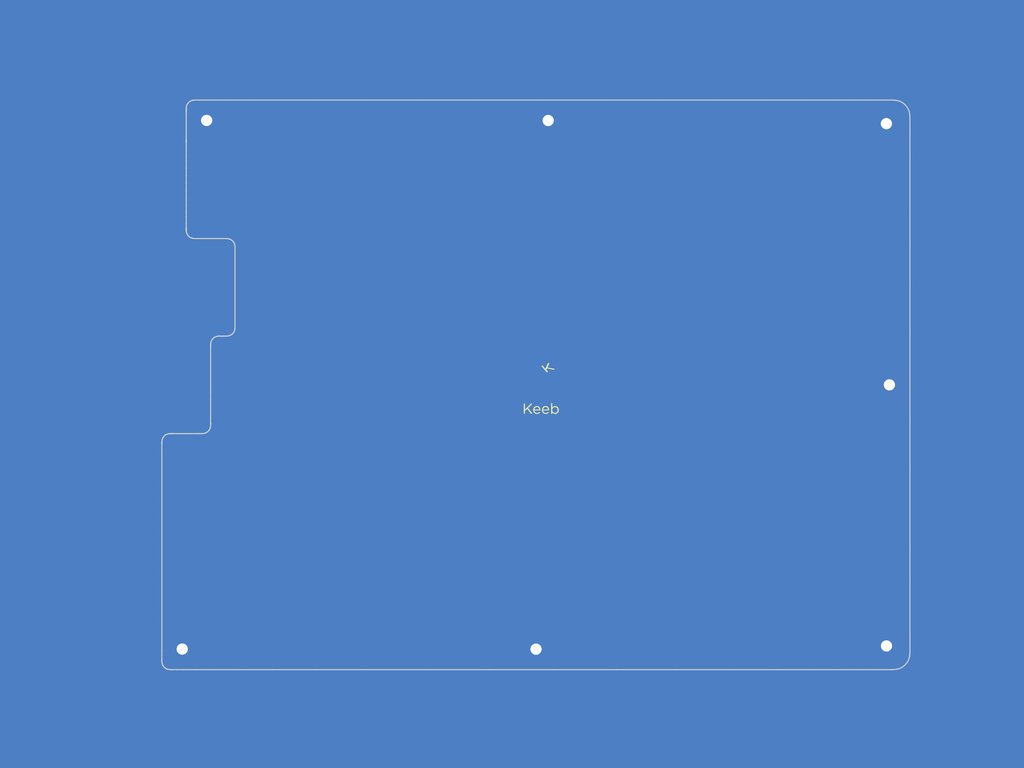
<source format=kicad_pcb>
(kicad_pcb (version 20171130) (host pcbnew "(5.0.0-rc2-122-g4186626)")

  (general
    (thickness 1.6)
    (drawings 535)
    (tracks 0)
    (zones 0)
    (modules 9)
    (nets 2)
  )

  (page A4)
  (layers
    (0 F.Cu signal)
    (31 B.Cu signal)
    (32 B.Adhes user)
    (33 F.Adhes user)
    (34 B.Paste user)
    (35 F.Paste user)
    (36 B.SilkS user)
    (37 F.SilkS user)
    (38 B.Mask user)
    (39 F.Mask user)
    (40 Dwgs.User user)
    (41 Cmts.User user)
    (42 Eco1.User user)
    (43 Eco2.User user)
    (44 Edge.Cuts user)
    (45 Margin user)
    (46 B.CrtYd user)
    (47 F.CrtYd user)
    (48 B.Fab user)
    (49 F.Fab user)
  )

  (setup
    (last_trace_width 0.25)
    (trace_clearance 0.2)
    (zone_clearance 0.508)
    (zone_45_only yes)
    (trace_min 0.2)
    (segment_width 0.2)
    (edge_width 0.15)
    (via_size 0.8)
    (via_drill 0.4)
    (via_min_size 0.4)
    (via_min_drill 0.3)
    (uvia_size 0.3)
    (uvia_drill 0.1)
    (uvias_allowed no)
    (uvia_min_size 0.2)
    (uvia_min_drill 0.1)
    (pcb_text_width 0.3)
    (pcb_text_size 1.5 1.5)
    (mod_edge_width 0.15)
    (mod_text_size 1 1)
    (mod_text_width 0.15)
    (pad_size 0.6 0.6)
    (pad_drill 0.3)
    (pad_to_mask_clearance 0.2)
    (aux_axis_origin 0 0)
    (visible_elements FFFFFF7F)
    (pcbplotparams
      (layerselection 0x010a0_7fffffff)
      (usegerberextensions false)
      (usegerberattributes false)
      (usegerberadvancedattributes false)
      (creategerberjobfile false)
      (excludeedgelayer true)
      (linewidth 0.100000)
      (plotframeref false)
      (viasonmask false)
      (mode 1)
      (useauxorigin false)
      (hpglpennumber 1)
      (hpglpenspeed 20)
      (hpglpendiameter 15.000000)
      (psnegative false)
      (psa4output false)
      (plotreference true)
      (plotvalue true)
      (plotinvisibletext false)
      (padsonsilk false)
      (subtractmaskfromsilk false)
      (outputformat 1)
      (mirror false)
      (drillshape 0)
      (scaleselection 1)
      (outputdirectory ../gerbers/spectro-left-bottom))
  )

  (net 0 "")
  (net 1 GND)

  (net_class Default "This is the default net class."
    (clearance 0.2)
    (trace_width 0.25)
    (via_dia 0.8)
    (via_drill 0.4)
    (uvia_dia 0.3)
    (uvia_drill 0.1)
  )

  (net_class "Power Tracks" ""
    (clearance 0.2)
    (trace_width 0.38)
    (via_dia 0.8)
    (via_drill 0.4)
    (uvia_dia 0.3)
    (uvia_drill 0.1)
  )

  (module Mounting_Holes:MountingHole_2.2mm_M2 (layer B.Cu) (tedit 5B2C877E) (tstamp 5B2CA0CA)
    (at 165.381026 21.970229 180)
    (descr "Mounting Hole 2.2mm, no annular, M2")
    (tags "mounting hole 2.2mm no annular m2")
    (attr virtual)
    (fp_text reference REF** (at 0 3.2 180) (layer B.SilkS) hide
      (effects (font (size 1 1) (thickness 0.15)) (justify mirror))
    )
    (fp_text value MountingHole_2.2mm_M2 (at 0 -3.2 180) (layer B.Fab) hide
      (effects (font (size 1 1) (thickness 0.15)) (justify mirror))
    )
    (fp_circle (center 0 0) (end 2.45 0) (layer B.CrtYd) (width 0.05))
    (fp_circle (center 0 0) (end 2.2 0) (layer Cmts.User) (width 0.15))
    (fp_text user %R (at 0.3 0 180) (layer B.Fab)
      (effects (font (size 1 1) (thickness 0.15)) (justify mirror))
    )
    (pad 1 np_thru_hole circle (at 0 0 180) (size 2.2 2.2) (drill 2.2) (layers *.Cu *.Mask))
  )

  (module Mounting_Holes:MountingHole_2.2mm_M2 (layer B.Cu) (tedit 5B2C877E) (tstamp 5B2CA12D)
    (at 165.971026 72.990229 180)
    (descr "Mounting Hole 2.2mm, no annular, M2")
    (tags "mounting hole 2.2mm no annular m2")
    (attr virtual)
    (fp_text reference REF** (at 0 3.2 180) (layer B.SilkS) hide
      (effects (font (size 1 1) (thickness 0.15)) (justify mirror))
    )
    (fp_text value MountingHole_2.2mm_M2 (at 0 -3.2 180) (layer B.Fab) hide
      (effects (font (size 1 1) (thickness 0.15)) (justify mirror))
    )
    (fp_text user %R (at 0.3 0 180) (layer B.Fab)
      (effects (font (size 1 1) (thickness 0.15)) (justify mirror))
    )
    (fp_circle (center 0 0) (end 2.2 0) (layer Cmts.User) (width 0.15))
    (fp_circle (center 0 0) (end 2.45 0) (layer B.CrtYd) (width 0.05))
    (pad 1 np_thru_hole circle (at 0 0 180) (size 2.2 2.2) (drill 2.2) (layers *.Cu *.Mask))
  )

  (module Mounting_Holes:MountingHole_2.2mm_M2 (layer B.Cu) (tedit 5B2C877E) (tstamp 5B2CA106)
    (at 165.401026 123.980229 180)
    (descr "Mounting Hole 2.2mm, no annular, M2")
    (tags "mounting hole 2.2mm no annular m2")
    (attr virtual)
    (fp_text reference REF** (at 0 3.2 180) (layer B.SilkS) hide
      (effects (font (size 1 1) (thickness 0.15)) (justify mirror))
    )
    (fp_text value MountingHole_2.2mm_M2 (at 0 -3.2 180) (layer B.Fab) hide
      (effects (font (size 1 1) (thickness 0.15)) (justify mirror))
    )
    (fp_circle (center 0 0) (end 2.45 0) (layer B.CrtYd) (width 0.05))
    (fp_circle (center 0 0) (end 2.2 0) (layer Cmts.User) (width 0.15))
    (fp_text user %R (at 0.3 0 180) (layer B.Fab)
      (effects (font (size 1 1) (thickness 0.15)) (justify mirror))
    )
    (pad 1 np_thru_hole circle (at 0 0 180) (size 2.2 2.2) (drill 2.2) (layers *.Cu *.Mask))
  )

  (module Mounting_Holes:MountingHole_2.2mm_M2 (layer B.Cu) (tedit 5B2C877E) (tstamp 5B2CA0F8)
    (at 96.951026 124.610229 180)
    (descr "Mounting Hole 2.2mm, no annular, M2")
    (tags "mounting hole 2.2mm no annular m2")
    (attr virtual)
    (fp_text reference REF** (at 0 3.2 180) (layer B.SilkS) hide
      (effects (font (size 1 1) (thickness 0.15)) (justify mirror))
    )
    (fp_text value MountingHole_2.2mm_M2 (at 0 -3.2 180) (layer B.Fab) hide
      (effects (font (size 1 1) (thickness 0.15)) (justify mirror))
    )
    (fp_text user %R (at 0.3 0 180) (layer B.Fab)
      (effects (font (size 1 1) (thickness 0.15)) (justify mirror))
    )
    (fp_circle (center 0 0) (end 2.2 0) (layer Cmts.User) (width 0.15))
    (fp_circle (center 0 0) (end 2.45 0) (layer B.CrtYd) (width 0.05))
    (pad 1 np_thru_hole circle (at 0 0 180) (size 2.2 2.2) (drill 2.2) (layers *.Cu *.Mask))
  )

  (module Mounting_Holes:MountingHole_2.2mm_M2 (layer B.Cu) (tedit 5B2C877E) (tstamp 5B2CA0EA)
    (at 27.851026 124.590229 180)
    (descr "Mounting Hole 2.2mm, no annular, M2")
    (tags "mounting hole 2.2mm no annular m2")
    (attr virtual)
    (fp_text reference REF** (at 0 3.2 180) (layer B.SilkS) hide
      (effects (font (size 1 1) (thickness 0.15)) (justify mirror))
    )
    (fp_text value MountingHole_2.2mm_M2 (at 0 -3.2 180) (layer B.Fab) hide
      (effects (font (size 1 1) (thickness 0.15)) (justify mirror))
    )
    (fp_circle (center 0 0) (end 2.45 0) (layer B.CrtYd) (width 0.05))
    (fp_circle (center 0 0) (end 2.2 0) (layer Cmts.User) (width 0.15))
    (fp_text user %R (at 0.3 0 180) (layer B.Fab)
      (effects (font (size 1 1) (thickness 0.15)) (justify mirror))
    )
    (pad 1 np_thru_hole circle (at 0 0 180) (size 2.2 2.2) (drill 2.2) (layers *.Cu *.Mask))
  )

  (module Mounting_Holes:MountingHole_2.2mm_M2 (layer B.Cu) (tedit 5B2C877E) (tstamp 5B2CA0DC)
    (at 32.621026 21.340229 180)
    (descr "Mounting Hole 2.2mm, no annular, M2")
    (tags "mounting hole 2.2mm no annular m2")
    (attr virtual)
    (fp_text reference REF** (at 0 3.2 180) (layer B.SilkS) hide
      (effects (font (size 1 1) (thickness 0.15)) (justify mirror))
    )
    (fp_text value MountingHole_2.2mm_M2 (at 0 -3.2 180) (layer B.Fab) hide
      (effects (font (size 1 1) (thickness 0.15)) (justify mirror))
    )
    (fp_text user %R (at 0.3 0 180) (layer B.Fab)
      (effects (font (size 1 1) (thickness 0.15)) (justify mirror))
    )
    (fp_circle (center 0 0) (end 2.2 0) (layer Cmts.User) (width 0.15))
    (fp_circle (center 0 0) (end 2.45 0) (layer B.CrtYd) (width 0.05))
    (pad 1 np_thru_hole circle (at 0 0 180) (size 2.2 2.2) (drill 2.2) (layers *.Cu *.Mask))
  )

  (module Mounting_Holes:MountingHole_2.2mm_M2 (layer B.Cu) (tedit 5B2C877E) (tstamp 5B2CA0A2)
    (at 99.331026 21.360229 180)
    (descr "Mounting Hole 2.2mm, no annular, M2")
    (tags "mounting hole 2.2mm no annular m2")
    (attr virtual)
    (fp_text reference REF** (at 0 3.2 180) (layer B.SilkS) hide
      (effects (font (size 1 1) (thickness 0.15)) (justify mirror))
    )
    (fp_text value MountingHole_2.2mm_M2 (at 0 -3.2 180) (layer B.Fab) hide
      (effects (font (size 1 1) (thickness 0.15)) (justify mirror))
    )
    (fp_text user %R (at 0.3 0 180) (layer B.Fab)
      (effects (font (size 1 1) (thickness 0.15)) (justify mirror))
    )
    (fp_circle (center 0 0) (end 2.2 0) (layer Cmts.User) (width 0.15))
    (fp_circle (center 0 0) (end 2.45 0) (layer B.CrtYd) (width 0.05))
    (pad 1 np_thru_hole circle (at 0 0 180) (size 2.2 2.2) (drill 2.2) (layers *.Cu *.Mask))
  )

  (module Keebio-Art:Keebio-TwoTone (layer F.Cu) (tedit 0) (tstamp 5B2CB586)
    (at 99.331026 72.990229)
    (fp_text reference G*** (at 0 0) (layer F.SilkS) hide
      (effects (font (size 1.524 1.524) (thickness 0.3)))
    )
    (fp_text value LOGO (at 0.75 0) (layer F.SilkS) hide
      (effects (font (size 1.524 1.524) (thickness 0.3)))
    )
    (fp_poly (pts (xy 0.089865 -4.266584) (xy 0.136162 -4.252784) (xy 0.14846 -4.246309) (xy 0.179812 -4.222282)
      (xy 0.200946 -4.194445) (xy 0.209509 -4.166438) (xy 0.208365 -4.153599) (xy 0.203864 -4.142336)
      (xy 0.192807 -4.117391) (xy 0.175938 -4.080366) (xy 0.153997 -4.03286) (xy 0.127727 -3.976472)
      (xy 0.097869 -3.912803) (xy 0.065167 -3.843451) (xy 0.033646 -3.77693) (xy -0.000772 -3.704063)
      (xy -0.032745 -3.635595) (xy -0.061567 -3.573097) (xy -0.086532 -3.518135) (xy -0.106934 -3.472279)
      (xy -0.122066 -3.437098) (xy -0.131221 -3.414159) (xy -0.133756 -3.405203) (xy -0.124645 -3.398844)
      (xy -0.100271 -3.390207) (xy -0.062112 -3.37957) (xy -0.011646 -3.367208) (xy 0.04965 -3.353398)
      (xy 0.120299 -3.338417) (xy 0.198824 -3.322541) (xy 0.283746 -3.306045) (xy 0.373589 -3.289207)
      (xy 0.466874 -3.272303) (xy 0.562126 -3.255608) (xy 0.657866 -3.2394) (xy 0.752616 -3.223954)
      (xy 0.844901 -3.209548) (xy 0.933241 -3.196457) (xy 1.01616 -3.184957) (xy 1.09218 -3.175326)
      (xy 1.100667 -3.17432) (xy 1.154358 -3.16668) (xy 1.19383 -3.157609) (xy 1.221789 -3.146139)
      (xy 1.240943 -3.1313) (xy 1.248723 -3.121324) (xy 1.262648 -3.088029) (xy 1.261133 -3.056725)
      (xy 1.245661 -3.028909) (xy 1.217718 -3.006078) (xy 1.178789 -2.98973) (xy 1.130358 -2.981362)
      (xy 1.109133 -2.980585) (xy 1.073188 -2.981759) (xy 1.028648 -2.985437) (xy 0.974705 -2.991757)
      (xy 0.91055 -3.000859) (xy 0.835372 -3.012881) (xy 0.748364 -3.027963) (xy 0.648716 -3.046243)
      (xy 0.535619 -3.067862) (xy 0.408263 -3.092957) (xy 0.26584 -3.121669) (xy 0.147888 -3.145816)
      (xy 0.072965 -3.161152) (xy 0.002726 -3.175362) (xy -0.060994 -3.188086) (xy -0.116359 -3.198965)
      (xy -0.161531 -3.207641) (xy -0.194676 -3.213754) (xy -0.213958 -3.216945) (xy -0.217742 -3.217333)
      (xy -0.225887 -3.214884) (xy -0.235249 -3.206225) (xy -0.24711 -3.189388) (xy -0.262749 -3.162407)
      (xy -0.283446 -3.123312) (xy -0.300014 -3.090877) (xy -0.321486 -3.047252) (xy -0.339897 -3.007493)
      (xy -0.353936 -2.974618) (xy -0.362295 -2.951647) (xy -0.364067 -2.943198) (xy -0.361035 -2.933209)
      (xy -0.351252 -2.917818) (xy -0.333683 -2.895826) (xy -0.307297 -2.866031) (xy -0.271058 -2.82723)
      (xy -0.223935 -2.778224) (xy -0.208854 -2.76272) (xy -0.166646 -2.719102) (xy -0.128041 -2.678621)
      (xy -0.094735 -2.643099) (xy -0.068419 -2.614358) (xy -0.050786 -2.594221) (xy -0.043754 -2.584989)
      (xy -0.034417 -2.551496) (xy -0.041801 -2.51848) (xy -0.052222 -2.502016) (xy -0.083014 -2.475813)
      (xy -0.123818 -2.459823) (xy -0.170851 -2.454443) (xy -0.220326 -2.46007) (xy -0.268458 -2.477102)
      (xy -0.272083 -2.478941) (xy -0.289261 -2.489253) (xy -0.308398 -2.503845) (xy -0.331119 -2.524306)
      (xy -0.359048 -2.552222) (xy -0.393809 -2.589182) (xy -0.437027 -2.636775) (xy -0.461433 -2.664066)
      (xy -0.511634 -2.72094) (xy -0.568004 -2.785706) (xy -0.626356 -2.853493) (xy -0.682504 -2.919434)
      (xy -0.732261 -2.978661) (xy -0.740833 -2.988979) (xy -0.785471 -3.042578) (xy -0.837689 -3.104886)
      (xy -0.894014 -3.171783) (xy -0.950974 -3.239148) (xy -1.005094 -3.302864) (xy -1.03625 -3.339371)
      (xy -1.10431 -3.419477) (xy -1.161366 -3.487836) (xy -1.207931 -3.545113) (xy -1.244523 -3.591973)
      (xy -1.271654 -3.629079) (xy -1.28984 -3.657097) (xy -1.299597 -3.676691) (xy -1.30097 -3.681076)
      (xy -1.300506 -3.709839) (xy -1.286123 -3.735664) (xy -1.260761 -3.757208) (xy -1.227358 -3.77313)
      (xy -1.188853 -3.782086) (xy -1.148186 -3.782735) (xy -1.108296 -3.773734) (xy -1.102821 -3.771577)
      (xy -1.07799 -3.75923) (xy -1.057678 -3.745904) (xy -1.055502 -3.74406) (xy -1.046492 -3.733985)
      (xy -1.028526 -3.712222) (xy -1.002981 -3.680498) (xy -0.971232 -3.640542) (xy -0.934657 -3.594081)
      (xy -0.894632 -3.542843) (xy -0.871967 -3.513667) (xy -0.810719 -3.435334) (xy -0.754735 -3.365073)
      (xy -0.704727 -3.303722) (xy -0.661407 -3.252117) (xy -0.625486 -3.211097) (xy -0.597676 -3.181499)
      (xy -0.578689 -3.16416) (xy -0.571263 -3.15982) (xy -0.566406 -3.159334) (xy -0.561342 -3.161458)
      (xy -0.555209 -3.167733) (xy -0.54715 -3.179702) (xy -0.536303 -3.198905) (xy -0.521809 -3.226885)
      (xy -0.502809 -3.265185) (xy -0.478443 -3.315344) (xy -0.447851 -3.378907) (xy -0.44006 -3.395133)
      (xy -0.393083 -3.493298) (xy -0.352287 -3.579282) (xy -0.316312 -3.656066) (xy -0.283795 -3.726631)
      (xy -0.253376 -3.793956) (xy -0.223693 -3.861022) (xy -0.193385 -3.930809) (xy -0.163558 -4.0005)
      (xy -0.141336 -4.052163) (xy -0.120281 -4.100106) (xy -0.101639 -4.141568) (xy -0.086656 -4.17379)
      (xy -0.076579 -4.194012) (xy -0.074638 -4.197425) (xy -0.044407 -4.231661) (xy -0.004315 -4.255169)
      (xy 0.041741 -4.267094) (xy 0.089865 -4.266584)) (layer F.SilkS) (width 0.001))
    (fp_poly (pts (xy 0.650962 -5.685838) (xy 0.774536 -5.667516) (xy 0.892419 -5.634696) (xy 1.003339 -5.587579)
      (xy 1.106024 -5.52637) (xy 1.123655 -5.513782) (xy 1.136841 -5.50231) (xy 1.161257 -5.479088)
      (xy 1.196425 -5.444603) (xy 1.241868 -5.39934) (xy 1.297111 -5.343785) (xy 1.361675 -5.278423)
      (xy 1.435084 -5.20374) (xy 1.51686 -5.120222) (xy 1.606527 -5.028353) (xy 1.703607 -4.928621)
      (xy 1.807624 -4.82151) (xy 1.9181 -4.707505) (xy 2.034559 -4.587094) (xy 2.069588 -4.550833)
      (xy 2.172965 -4.443801) (xy 2.274306 -4.338895) (xy 2.372869 -4.236881) (xy 2.467913 -4.138527)
      (xy 2.558696 -4.044597) (xy 2.644479 -3.95586) (xy 2.724518 -3.873081) (xy 2.798073 -3.797027)
      (xy 2.864404 -3.728464) (xy 2.922768 -3.668158) (xy 2.972424 -3.616877) (xy 3.012632 -3.575387)
      (xy 3.04265 -3.544454) (xy 3.061738 -3.524844) (xy 3.063262 -3.523284) (xy 3.095353 -3.489958)
      (xy 3.123513 -3.459262) (xy 3.149683 -3.42868) (xy 3.175804 -3.395694) (xy 3.203817 -3.357787)
      (xy 3.235665 -3.31244) (xy 3.273287 -3.257138) (xy 3.304858 -3.210018) (xy 3.503128 -2.903803)
      (xy 3.685741 -2.602619) (xy 3.852976 -2.305775) (xy 4.005113 -2.012583) (xy 4.142434 -1.722351)
      (xy 4.265218 -1.434391) (xy 4.373745 -1.148012) (xy 4.468296 -0.862526) (xy 4.549151 -0.577241)
      (xy 4.616589 -0.291469) (xy 4.670893 -0.004519) (xy 4.706992 0.2413) (xy 4.719665 0.341156)
      (xy 4.73014 0.425808) (xy 4.738471 0.496834) (xy 4.744708 0.555814) (xy 4.748904 0.604325)
      (xy 4.751112 0.643947) (xy 4.751384 0.676258) (xy 4.749772 0.702837) (xy 4.746328 0.725263)
      (xy 4.741104 0.745115) (xy 4.734154 0.763971) (xy 4.725528 0.78341) (xy 4.72498 0.784583)
      (xy 4.686514 0.847215) (xy 4.63344 0.903057) (xy 4.567194 0.950744) (xy 4.528959 0.971404)
      (xy 4.515472 0.977705) (xy 4.487171 0.990686) (xy 4.44468 1.010067) (xy 4.38862 1.035565)
      (xy 4.319614 1.066898) (xy 4.238285 1.103786) (xy 4.145255 1.145947) (xy 4.041146 1.193098)
      (xy 3.926581 1.244959) (xy 3.802183 1.301247) (xy 3.668574 1.361682) (xy 3.526376 1.42598)
      (xy 3.376212 1.493862) (xy 3.218705 1.565045) (xy 3.054477 1.639248) (xy 2.884149 1.716189)
      (xy 2.708346 1.795586) (xy 2.527689 1.877158) (xy 2.342801 1.960623) (xy 2.154305 2.0457)
      (xy 2.150533 2.047402) (xy 1.958321 2.134148) (xy 1.767896 2.220092) (xy 1.579987 2.304903)
      (xy 1.395323 2.388254) (xy 1.214631 2.469815) (xy 1.03864 2.549257) (xy 0.868078 2.626253)
      (xy 0.703673 2.700472) (xy 0.546155 2.771586) (xy 0.39625 2.839267) (xy 0.254687 2.903185)
      (xy 0.122195 2.963012) (xy -0.000498 3.018418) (xy -0.112664 3.069076) (xy -0.213574 3.114656)
      (xy -0.302501 3.154829) (xy -0.378715 3.189266) (xy -0.44149 3.21764) (xy -0.490095 3.23962)
      (xy -0.516467 3.251554) (xy -0.613037 3.294947) (xy -0.700125 3.333394) (xy -0.776722 3.366472)
      (xy -0.84182 3.393756) (xy -0.89441 3.414819) (xy -0.933482 3.429239) (xy -0.9525 3.43522)
      (xy -1.017316 3.448992) (xy -1.087868 3.457447) (xy -1.158562 3.460321) (xy -1.223806 3.457349)
      (xy -1.27 3.450212) (xy -1.341945 3.426991) (xy -1.417036 3.389887) (xy -1.492258 3.340789)
      (xy -1.564595 3.281586) (xy -1.609759 3.237403) (xy -1.619876 3.225655) (xy -1.639809 3.201461)
      (xy -1.668884 3.165665) (xy -1.689369 3.140263) (xy -1.025554 3.140263) (xy -1.001727 3.133133)
      (xy -0.988102 3.127895) (xy -0.961236 3.116574) (xy -0.923297 3.10012) (xy -0.876447 3.079482)
      (xy -0.822852 3.055607) (xy -0.764677 3.029446) (xy -0.7493 3.022491) (xy -0.723268 3.010716)
      (xy -0.682455 2.992273) (xy -0.627516 2.967457) (xy -0.559107 2.936564) (xy -0.477881 2.899889)
      (xy -0.384494 2.857728) (xy -0.279601 2.810377) (xy -0.163856 2.758131) (xy -0.037914 2.701285)
      (xy 0.09757 2.640135) (xy 0.241942 2.574977) (xy 0.394546 2.506106) (xy 0.554729 2.433817)
      (xy 0.721834 2.358406) (xy 0.895208 2.280169) (xy 1.074195 2.199401) (xy 1.258141 2.116398)
      (xy 1.446391 2.031455) (xy 1.63829 1.944867) (xy 1.833184 1.856931) (xy 1.926167 1.814978)
      (xy 2.119833 1.727592) (xy 2.309647 1.641936) (xy 2.495018 1.558276) (xy 2.675358 1.476877)
      (xy 2.850078 1.398006) (xy 3.018589 1.321928) (xy 3.1803 1.248911) (xy 3.334625 1.179219)
      (xy 3.480973 1.11312) (xy 3.618754 1.050879) (xy 3.747382 0.992763) (xy 3.866265 0.939038)
      (xy 3.974815 0.88997) (xy 4.072443 0.845824) (xy 4.15856 0.806868) (xy 4.232576 0.773367)
      (xy 4.293904 0.745588) (xy 4.341952 0.723796) (xy 4.376134 0.708258) (xy 4.395858 0.69924)
      (xy 4.400676 0.696987) (xy 4.421762 0.684632) (xy 4.4365 0.673062) (xy 4.437432 0.672017)
      (xy 4.440381 0.658742) (xy 4.440696 0.63059) (xy 4.438603 0.589373) (xy 4.434332 0.536904)
      (xy 4.428109 0.474995) (xy 4.420163 0.40546) (xy 4.410721 0.330109) (xy 4.400011 0.250757)
      (xy 4.388262 0.169215) (xy 4.3757 0.087295) (xy 4.362554 0.006811) (xy 4.349052 -0.070425)
      (xy 4.335421 -0.1426) (xy 4.334376 -0.147876) (xy 4.271668 -0.429253) (xy 4.195296 -0.71039)
      (xy 4.104963 -0.991994) (xy 4.000375 -1.274766) (xy 3.881235 -1.559412) (xy 3.74725 -1.846634)
      (xy 3.598123 -2.137137) (xy 3.433559 -2.431624) (xy 3.253263 -2.7308) (xy 3.24467 -2.744552)
      (xy 3.145804 -2.902537) (xy 3.088839 -2.848799) (xy 3.054341 -2.817784) (xy 3.017834 -2.788374)
      (xy 2.977012 -2.759063) (xy 2.929569 -2.728342) (xy 2.873202 -2.694704) (xy 2.805605 -2.656642)
      (xy 2.742564 -2.622355) (xy 2.452807 -2.469541) (xy 2.172026 -2.327761) (xy 1.897537 -2.195771)
      (xy 1.626655 -2.072328) (xy 1.356696 -1.956185) (xy 1.084977 -1.846099) (xy 0.982133 -1.806145)
      (xy 0.94746 -1.792874) (xy 0.912187 -1.779481) (xy 0.875092 -1.765519) (xy 0.834956 -1.750543)
      (xy 0.790557 -1.734107) (xy 0.740675 -1.715766) (xy 0.684089 -1.695072) (xy 0.619579 -1.671582)
      (xy 0.545923 -1.644848) (xy 0.461901 -1.614425) (xy 0.366292 -1.579867) (xy 0.257876 -1.540729)
      (xy 0.135432 -1.496563) (xy 0.059809 -1.469299) (xy -0.049694 -1.430422) (xy -0.145588 -1.397748)
      (xy -0.229799 -1.370744) (xy -0.304252 -1.348874) (xy -0.370874 -1.331602) (xy -0.431589 -1.318394)
      (xy -0.488323 -1.308715) (xy -0.541648 -1.302164) (xy -0.641623 -1.292168) (xy -0.645792 -1.253567)
      (xy -0.647749 -1.236818) (xy -0.651576 -1.205302) (xy -0.65702 -1.161055) (xy -0.663828 -1.10611)
      (xy -0.671749 -1.042502) (xy -0.680531 -0.972265) (xy -0.68992 -0.897433) (xy -0.69311 -0.872067)
      (xy -0.733344 -0.53884) (xy -0.772116 -0.190659) (xy -0.809261 0.170545) (xy -0.844614 0.542843)
      (xy -0.878011 0.924304) (xy -0.909288 1.313) (xy -0.938281 1.707) (xy -0.964824 2.104374)
      (xy -0.988754 2.503192) (xy -1.002938 2.764367) (xy -1.006456 2.830974) (xy -1.009961 2.895447)
      (xy -1.013288 2.954872) (xy -1.016269 3.006336) (xy -1.018739 3.046928) (xy -1.020532 3.073735)
      (xy -1.020633 3.075082) (xy -1.025554 3.140263) (xy -1.689369 3.140263) (xy -1.706426 3.119113)
      (xy -1.751761 3.062649) (xy -1.804213 2.997119) (xy -1.863107 2.923368) (xy -1.92777 2.842241)
      (xy -1.997525 2.754582) (xy -2.071698 2.661238) (xy -2.149615 2.563052) (xy -2.2306 2.46087)
      (xy -2.312057 2.357967) (xy -2.399441 2.247517) (xy -2.495997 2.125487) (xy -2.600385 1.993572)
      (xy -2.711264 1.853466) (xy -2.827291 1.706864) (xy -2.947126 1.55546) (xy -3.069428 1.400948)
      (xy -3.192856 1.245023) (xy -3.316068 1.089379) (xy -3.437723 0.93571) (xy -3.55648 0.785711)
      (xy -3.670998 0.641076) (xy -3.779936 0.5035) (xy -3.809895 0.465667) (xy -3.903839 0.347032)
      (xy -3.995577 0.231179) (xy -4.084494 0.118883) (xy -4.169976 0.01092) (xy -4.251409 -0.091933)
      (xy -4.328178 -0.188901) (xy -4.399669 -0.279207) (xy -4.465268 -0.362077) (xy -4.524361 -0.436732)
      (xy -4.576333 -0.502398) (xy -4.62057 -0.558299) (xy -4.656458 -0.603658) (xy -4.683382 -0.6377)
      (xy -4.700728 -0.659648) (xy -4.705774 -0.666043) (xy -4.766919 -0.743653) (xy -4.757462 -0.835672)
      (xy -4.452219 -0.835672) (xy -2.940373 1.074414) (xy -2.814491 1.233417) (xy -2.691061 1.389249)
      (xy -2.570513 1.541368) (xy -2.453281 1.689231) (xy -2.339795 1.832295) (xy -2.230487 1.97002)
      (xy -2.125789 2.101861) (xy -2.026133 2.227277) (xy -1.931949 2.345726) (xy -1.843671 2.456665)
      (xy -1.761729 2.559553) (xy -1.686555 2.653845) (xy -1.618581 2.739002) (xy -1.558239 2.814479)
      (xy -1.505959 2.879735) (xy -1.462175 2.934227) (xy -1.427316 2.977413) (xy -1.401816 3.008751)
      (xy -1.386106 3.027699) (xy -1.381358 3.033104) (xy -1.358876 3.054927) (xy -1.340785 3.070001)
      (xy -1.330171 3.075834) (xy -1.328929 3.075437) (xy -1.327275 3.065782) (xy -1.324969 3.04121)
      (xy -1.322146 3.003718) (xy -1.318939 2.955304) (xy -1.315483 2.897965) (xy -1.31191 2.833699)
      (xy -1.309193 2.7813) (xy -1.291377 2.449588) (xy -1.270967 2.110331) (xy -1.248194 1.766447)
      (xy -1.223289 1.420851) (xy -1.196482 1.076461) (xy -1.168002 0.736192) (xy -1.138081 0.402962)
      (xy -1.106948 0.079686) (xy -1.074835 -0.230717) (xy -1.062152 -0.347133) (xy -1.053764 -0.42204)
      (xy -1.044511 -0.502992) (xy -1.034607 -0.588255) (xy -1.024263 -0.676098) (xy -1.013694 -0.764787)
      (xy -1.00311 -0.85259) (xy -0.992725 -0.937773) (xy -0.982753 -1.018603) (xy -0.973405 -1.093347)
      (xy -0.964894 -1.160274) (xy -0.957434 -1.217648) (xy -0.951236 -1.263739) (xy -0.946514 -1.296812)
      (xy -0.94348 -1.315135) (xy -0.943103 -1.316844) (xy -0.943029 -1.324978) (xy -0.948797 -1.332652)
      (xy -0.962875 -1.34136) (xy -0.987732 -1.352594) (xy -1.025839 -1.367849) (xy -1.030361 -1.369609)
      (xy -1.086513 -1.392618) (xy -1.138585 -1.416819) (xy -1.188272 -1.443486) (xy -1.237272 -1.473896)
      (xy -1.287281 -1.509323) (xy -1.339997 -1.551043) (xy -1.397116 -1.600331) (xy -1.460335 -1.658463)
      (xy -1.531351 -1.726714) (xy -1.611861 -1.806358) (xy -1.613063 -1.80756) (xy -1.757182 -1.953932)
      (xy -1.897602 -2.101401) (xy -2.03662 -2.252521) (xy -2.176531 -2.409842) (xy -2.319632 -2.575918)
      (xy -2.468218 -2.753301) (xy -2.515711 -2.810933) (xy -2.570849 -2.878568) (xy -2.62923 -2.951059)
      (xy -2.689795 -3.027026) (xy -2.751483 -3.105091) (xy -2.813236 -3.183873) (xy -2.873993 -3.261993)
      (xy -2.932695 -3.338073) (xy -2.988283 -3.410732) (xy -3.039697 -3.478592) (xy -3.085877 -3.540272)
      (xy -3.125765 -3.594394) (xy -3.1583 -3.639578) (xy -3.182422 -3.674444) (xy -3.197073 -3.697614)
      (xy -3.197828 -3.698964) (xy -3.213077 -3.726396) (xy -3.225133 -3.747604) (xy -3.231719 -3.758595)
      (xy -3.232119 -3.759146) (xy -3.235613 -3.758922) (xy -3.242896 -3.752826) (xy -3.254921 -3.73969)
      (xy -3.272642 -3.718342) (xy -3.297014 -3.687616) (xy -3.328988 -3.64634) (xy -3.369521 -3.593348)
      (xy -3.398768 -3.554885) (xy -3.520991 -3.38807) (xy -3.632265 -3.223431) (xy -3.735543 -3.056185)
      (xy -3.833783 -2.881548) (xy -3.929002 -2.696633) (xy -4.048757 -2.437621) (xy -4.153031 -2.175858)
      (xy -4.242247 -1.909902) (xy -4.316824 -1.638306) (xy -4.377183 -1.359625) (xy -4.423745 -1.072416)
      (xy -4.440235 -0.940653) (xy -4.452219 -0.835672) (xy -4.757462 -0.835672) (xy -4.749662 -0.911576)
      (xy -4.710001 -1.221284) (xy -4.65537 -1.52346) (xy -4.585618 -1.818465) (xy -4.500593 -2.106661)
      (xy -4.400146 -2.388408) (xy -4.284126 -2.664067) (xy -4.152381 -2.933999) (xy -4.00476 -3.198565)
      (xy -3.841114 -3.458127) (xy -3.661291 -3.713043) (xy -3.483508 -3.941233) (xy -3.458427 -3.970982)
      (xy -2.975943 -3.970982) (xy -2.970503 -3.930781) (xy -2.952849 -3.883952) (xy -2.934476 -3.849981)
      (xy -2.915266 -3.820523) (xy -2.886231 -3.779356) (xy -2.848395 -3.727771) (xy -2.802784 -3.667059)
      (xy -2.750424 -3.598509) (xy -2.692341 -3.523413) (xy -2.629561 -3.44306) (xy -2.563108 -3.358742)
      (xy -2.494009 -3.271748) (xy -2.423289 -3.18337) (xy -2.351975 -3.094898) (xy -2.281091 -3.007622)
      (xy -2.211664 -2.922832) (xy -2.144719 -2.84182) (xy -2.081282 -2.765875) (xy -2.022378 -2.696289)
      (xy -1.969034 -2.634351) (xy -1.960584 -2.624667) (xy -1.89032 -2.545181) (xy -1.816579 -2.463381)
      (xy -1.740571 -2.380503) (xy -1.663503 -2.297783) (xy -1.586582 -2.216458) (xy -1.511017 -2.137765)
      (xy -1.438014 -2.062939) (xy -1.368782 -1.993216) (xy -1.304529 -1.929835) (xy -1.246462 -1.874029)
      (xy -1.195788 -1.827037) (xy -1.153717 -1.790095) (xy -1.121455 -1.764438) (xy -1.1176 -1.761684)
      (xy -1.014003 -1.697247) (xy -0.910226 -1.649201) (xy -0.805119 -1.617034) (xy -0.783167 -1.612327)
      (xy -0.733169 -1.605966) (xy -0.671964 -1.603739) (xy -0.604712 -1.605447) (xy -0.536576 -1.610888)
      (xy -0.472715 -1.619862) (xy -0.4445 -1.625499) (xy -0.411982 -1.634014) (xy -0.365138 -1.648046)
      (xy -0.305461 -1.66706) (xy -0.234438 -1.690523) (xy -0.153563 -1.717897) (xy -0.064323 -1.74865)
      (xy 0.031791 -1.782246) (xy 0.133288 -1.818151) (xy 0.238678 -1.855828) (xy 0.346471 -1.894745)
      (xy 0.455176 -1.934365) (xy 0.563305 -1.974154) (xy 0.669366 -2.013578) (xy 0.771868 -2.052101)
      (xy 0.869323 -2.089188) (xy 0.960239 -2.124306) (xy 1.043127 -2.156918) (xy 1.100667 -2.180037)
      (xy 1.396201 -2.30443) (xy 1.69922 -2.440385) (xy 2.006475 -2.586364) (xy 2.314717 -2.740832)
      (xy 2.56211 -2.870706) (xy 2.632371 -2.90856) (xy 2.689561 -2.93993) (xy 2.735681 -2.966058)
      (xy 2.772728 -2.988183) (xy 2.802701 -3.007548) (xy 2.827598 -3.025394) (xy 2.84942 -3.04296)
      (xy 2.870163 -3.061489) (xy 2.871731 -3.062952) (xy 2.906959 -3.099173) (xy 2.92826 -3.130266)
      (xy 2.9366 -3.15917) (xy 2.93294 -3.188823) (xy 2.921767 -3.215554) (xy 2.914189 -3.225001)
      (xy 2.895455 -3.24595) (xy 2.86619 -3.27774) (xy 2.827023 -3.319713) (xy 2.778581 -3.37121)
      (xy 2.721492 -3.431573) (xy 2.656383 -3.500142) (xy 2.583882 -3.576259) (xy 2.504615 -3.659265)
      (xy 2.419211 -3.748501) (xy 2.328297 -3.843308) (xy 2.2325 -3.943027) (xy 2.132449 -4.047)
      (xy 2.028769 -4.154567) (xy 1.932302 -4.2545) (xy 1.805111 -4.386164) (xy 1.689112 -4.506215)
      (xy 1.583725 -4.615215) (xy 1.488374 -4.713725) (xy 1.402478 -4.802308) (xy 1.325459 -4.881523)
      (xy 1.25674 -4.951933) (xy 1.19574 -5.014099) (xy 1.141882 -5.068582) (xy 1.094588 -5.115943)
      (xy 1.053277 -5.156745) (xy 1.017373 -5.191548) (xy 0.986296 -5.220914) (xy 0.959468 -5.245404)
      (xy 0.93631 -5.265579) (xy 0.916244 -5.282002) (xy 0.898691 -5.295233) (xy 0.883073 -5.305833)
      (xy 0.868811 -5.314364) (xy 0.855326 -5.321389) (xy 0.84204 -5.327466) (xy 0.828374 -5.333159)
      (xy 0.81516 -5.338463) (xy 0.727827 -5.365415) (xy 0.631889 -5.38062) (xy 0.530944 -5.384071)
      (xy 0.428591 -5.375762) (xy 0.328429 -5.355685) (xy 0.275167 -5.339484) (xy 0.260447 -5.334027)
      (xy 0.230952 -5.322751) (xy 0.187665 -5.30604) (xy 0.131565 -5.28428) (xy 0.063634 -5.257856)
      (xy -0.015147 -5.227152) (xy -0.103796 -5.192554) (xy -0.201332 -5.154448) (xy -0.306775 -5.113218)
      (xy -0.419142 -5.069248) (xy -0.537454 -5.022926) (xy -0.660728 -4.974634) (xy -0.787983 -4.924759)
      (xy -0.918239 -4.873686) (xy -1.050514 -4.821799) (xy -1.183827 -4.769484) (xy -1.317196 -4.717126)
      (xy -1.449641 -4.66511) (xy -1.580181 -4.613821) (xy -1.707833 -4.563645) (xy -1.831618 -4.514965)
      (xy -1.950553 -4.468168) (xy -2.063658 -4.423638) (xy -2.169952 -4.381761) (xy -2.268452 -4.342921)
      (xy -2.358179 -4.307504) (xy -2.438151 -4.275895) (xy -2.507386 -4.248479) (xy -2.564904 -4.225641)
      (xy -2.609724 -4.207766) (xy -2.640863 -4.195239) (xy -2.6543 -4.189731) (xy -2.74916 -4.14818)
      (xy -2.82738 -4.10972) (xy -2.888968 -4.074349) (xy -2.93393 -4.042061) (xy -2.962275 -4.012853)
      (xy -2.968712 -4.00252) (xy -2.975943 -3.970982) (xy -3.458427 -3.970982) (xy -3.401585 -4.038401)
      (xy -3.324041 -4.122536) (xy -3.248139 -4.195608) (xy -3.171142 -4.259587) (xy -3.090312 -4.316442)
      (xy -3.002913 -4.368145) (xy -2.906207 -4.416665) (xy -2.797456 -4.463972) (xy -2.70844 -4.499043)
      (xy -2.680142 -4.509913) (xy -2.637203 -4.526542) (xy -2.58074 -4.548494) (xy -2.511871 -4.575332)
      (xy -2.431714 -4.606618) (xy -2.341386 -4.641916) (xy -2.242004 -4.680789) (xy -2.134686 -4.722799)
      (xy -2.020549 -4.767509) (xy -1.900711 -4.814483) (xy -1.77629 -4.863282) (xy -1.648403 -4.91347)
      (xy -1.518167 -4.964609) (xy -1.4986 -4.972295) (xy -1.364643 -5.024916) (xy -1.230635 -5.077554)
      (xy -1.097903 -5.129689) (xy -0.967772 -5.1808) (xy -0.841569 -5.230367) (xy -0.72062 -5.277868)
      (xy -0.60625 -5.322784) (xy -0.499786 -5.364593) (xy -0.402553 -5.402775) (xy -0.315876 -5.436808)
      (xy -0.241084 -5.466173) (xy -0.1795 -5.490348) (xy -0.135467 -5.50763) (xy -0.062745 -5.535899)
      (xy 0.008068 -5.562927) (xy 0.07474 -5.587896) (xy 0.135036 -5.609989) (xy 0.186722 -5.628391)
      (xy 0.227564 -5.642284) (xy 0.255328 -5.650851) (xy 0.258821 -5.651779) (xy 0.391833 -5.678172)
      (xy 0.52297 -5.689458) (xy 0.650962 -5.685838)) (layer F.Mask) (width 0.001))
    (fp_poly (pts (xy 2.737838 3.594508) (xy 2.774344 3.619116) (xy 2.791715 3.639802) (xy 2.806579 3.674477)
      (xy 2.811462 3.715076) (xy 2.807074 3.756688) (xy 2.794123 3.7944) (xy 2.773319 3.823299)
      (xy 2.76419 3.830504) (xy 2.729785 3.845675) (xy 2.688457 3.853437) (xy 2.650067 3.852223)
      (xy 2.606096 3.839365) (xy 2.575465 3.817678) (xy 2.556856 3.785497) (xy 2.548951 3.741154)
      (xy 2.548467 3.723771) (xy 2.551125 3.678243) (xy 2.560299 3.645122) (xy 2.577783 3.620552)
      (xy 2.605372 3.600679) (xy 2.605939 3.600359) (xy 2.64977 3.584309) (xy 2.695025 3.582633)
      (xy 2.737838 3.594508)) (layer F.Mask) (width 0.001))
    (fp_poly (pts (xy 2.719242 4.156881) (xy 2.752467 4.176849) (xy 2.773205 4.20172) (xy 2.776212 4.20714)
      (xy 2.778832 4.213546) (xy 2.78109 4.222075) (xy 2.783015 4.233864) (xy 2.784631 4.25005)
      (xy 2.785967 4.271772) (xy 2.78705 4.300167) (xy 2.787904 4.336372) (xy 2.788558 4.381524)
      (xy 2.789039 4.436761) (xy 2.789372 4.50322) (xy 2.789584 4.582038) (xy 2.789703 4.674354)
      (xy 2.789755 4.781304) (xy 2.789767 4.904026) (xy 2.789767 4.906807) (xy 2.78975 5.030118)
      (xy 2.789684 5.137622) (xy 2.789545 5.230448) (xy 2.789307 5.309723) (xy 2.788946 5.376573)
      (xy 2.788438 5.432126) (xy 2.787757 5.47751) (xy 2.78688 5.513852) (xy 2.785781 5.542279)
      (xy 2.784437 5.563918) (xy 2.782822 5.579897) (xy 2.780913 5.591343) (xy 2.778684 5.599383)
      (xy 2.776111 5.605145) (xy 2.77449 5.607828) (xy 2.744477 5.64018) (xy 2.707761 5.658515)
      (xy 2.667522 5.661963) (xy 2.626941 5.649651) (xy 2.625189 5.648729) (xy 2.601134 5.630185)
      (xy 2.581824 5.606124) (xy 2.580871 5.604411) (xy 2.578048 5.598435) (xy 2.575589 5.590985)
      (xy 2.573471 5.580919) (xy 2.571668 5.567098) (xy 2.570154 5.548379) (xy 2.568906 5.52362)
      (xy 2.567896 5.49168) (xy 2.567102 5.451417) (xy 2.566496 5.401691) (xy 2.566056 5.341359)
      (xy 2.565754 5.269281) (xy 2.565566 5.184314) (xy 2.565467 5.085317) (xy 2.565433 4.971148)
      (xy 2.565432 4.902332) (xy 2.565449 4.779692) (xy 2.565505 4.672844) (xy 2.565628 4.580647)
      (xy 2.565845 4.501961) (xy 2.566183 4.435645) (xy 2.566668 4.380556) (xy 2.567327 4.335555)
      (xy 2.568188 4.299501) (xy 2.569278 4.271252) (xy 2.570623 4.249667) (xy 2.57225 4.233606)
      (xy 2.574187 4.221928) (xy 2.57646 4.213491) (xy 2.579096 4.207154) (xy 2.58199 4.201994)
      (xy 2.60911 4.171979) (xy 2.643641 4.154451) (xy 2.681659 4.149417) (xy 2.719242 4.156881)) (layer F.Mask) (width 0.001))
    (fp_poly (pts (xy -4.610032 3.635048) (xy -4.574385 3.659744) (xy -4.573062 3.661049) (xy -4.542367 3.69174)
      (xy -4.538133 4.259817) (xy -4.5339 4.827894) (xy -3.959636 4.239171) (xy -3.87329 4.15081)
      (xy -3.790985 4.066893) (xy -3.713483 3.988185) (xy -3.641547 3.915447) (xy -3.57594 3.849441)
      (xy -3.517425 3.79093) (xy -3.466763 3.740677) (xy -3.424719 3.699442) (xy -3.392055 3.66799)
      (xy -3.369533 3.647082) (xy -3.357917 3.637481) (xy -3.357223 3.637091) (xy -3.315768 3.625746)
      (xy -3.275922 3.630265) (xy -3.240429 3.649614) (xy -3.212031 3.682761) (xy -3.205877 3.694063)
      (xy -3.199353 3.707359) (xy -3.194315 3.719323) (xy -3.191548 3.730943) (xy -3.191835 3.743206)
      (xy -3.195961 3.7571) (xy -3.20471 3.773614) (xy -3.218865 3.793734) (xy -3.239212 3.818449)
      (xy -3.266535 3.848746) (xy -3.301616 3.885613) (xy -3.345241 3.930039) (xy -3.398194 3.98301)
      (xy -3.461258 4.045515) (xy -3.535219 4.118542) (xy -3.570374 4.153233) (xy -3.635844 4.21804)
      (xy -3.697497 4.279439) (xy -3.754308 4.336387) (xy -3.805255 4.387841) (xy -3.849313 4.432755)
      (xy -3.88546 4.470087) (xy -3.91267 4.498792) (xy -3.929922 4.517826) (xy -3.936191 4.526146)
      (xy -3.936183 4.52633) (xy -3.930404 4.53419) (xy -3.914796 4.55411) (xy -3.890224 4.585018)
      (xy -3.85755 4.625841) (xy -3.817637 4.675508) (xy -3.771346 4.732947) (xy -3.719542 4.797084)
      (xy -3.663086 4.866848) (xy -3.602842 4.941166) (xy -3.556 4.998868) (xy -3.4931 5.076429)
      (xy -3.433082 5.150674) (xy -3.376846 5.220477) (xy -3.325289 5.284713) (xy -3.27931 5.342254)
      (xy -3.239806 5.391974) (xy -3.207677 5.432749) (xy -3.183819 5.46345) (xy -3.169132 5.482953)
      (xy -3.164772 5.489371) (xy -3.15189 5.528514) (xy -3.153266 5.567649) (xy -3.166911 5.603669)
      (xy -3.190838 5.633469) (xy -3.223062 5.653942) (xy -3.261594 5.661982) (xy -3.274827 5.661432)
      (xy -3.302091 5.655412) (xy -3.32471 5.645045) (xy -3.328808 5.641918) (xy -3.335217 5.635614)
      (xy -3.344653 5.625335) (xy -3.357754 5.610298) (xy -3.37516 5.589719) (xy -3.397509 5.562813)
      (xy -3.425442 5.528798) (xy -3.459596 5.486889) (xy -3.500612 5.436303) (xy -3.549128 5.376256)
      (xy -3.605783 5.305965) (xy -3.671216 5.224645) (xy -3.746067 5.131513) (xy -3.813715 5.047283)
      (xy -4.10851 4.680133) (xy -4.322963 4.894463) (xy -4.537416 5.108792) (xy -4.542367 5.595129)
      (xy -4.563533 5.617769) (xy -4.600888 5.648492) (xy -4.639899 5.662392) (xy -4.680796 5.659523)
      (xy -4.706438 5.649723) (xy -4.730659 5.632714) (xy -4.750159 5.610813) (xy -4.750856 5.609699)
      (xy -4.75332 5.605142) (xy -4.755514 5.599373) (xy -4.757453 5.591441) (xy -4.759155 5.580392)
      (xy -4.760633 5.565274) (xy -4.761904 5.545135) (xy -4.762983 5.51902) (xy -4.763887 5.485979)
      (xy -4.76463 5.445058) (xy -4.765228 5.395304) (xy -4.765697 5.335765) (xy -4.766052 5.265488)
      (xy -4.766309 5.183521) (xy -4.766483 5.08891) (xy -4.766591 4.980703) (xy -4.766648 4.857948)
      (xy -4.766668 4.719691) (xy -4.76667 4.643967) (xy -4.766664 4.497669) (xy -4.766633 4.367349)
      (xy -4.766563 4.252054) (xy -4.766436 4.150827) (xy -4.766236 4.062714) (xy -4.765947 3.98676)
      (xy -4.765553 3.92201) (xy -4.765036 3.86751) (xy -4.764382 3.822304) (xy -4.763573 3.785438)
      (xy -4.762594 3.755956) (xy -4.761428 3.732905) (xy -4.760058 3.715329) (xy -4.758468 3.702273)
      (xy -4.756643 3.692783) (xy -4.754565 3.685903) (xy -4.752218 3.680679) (xy -4.750143 3.677061)
      (xy -4.722445 3.646067) (xy -4.687541 3.628524) (xy -4.64891 3.624746) (xy -4.610032 3.635048)) (layer F.SilkS) (width 0.001))
    (fp_poly (pts (xy 4.102512 4.139159) (xy 4.19101 4.15543) (xy 4.212167 4.16119) (xy 4.316428 4.200377)
      (xy 4.412828 4.253927) (xy 4.500162 4.320636) (xy 4.577223 4.399298) (xy 4.642807 4.488706)
      (xy 4.695709 4.587654) (xy 4.730143 4.679463) (xy 4.738718 4.708742) (xy 4.744867 4.734458)
      (xy 4.749002 4.76046) (xy 4.751534 4.790601) (xy 4.752876 4.828731) (xy 4.75344 4.8787)
      (xy 4.753524 4.897967) (xy 4.75292 4.967818) (xy 4.749988 5.02503) (xy 4.743856 5.073836)
      (xy 4.733649 5.118468) (xy 4.718496 5.163158) (xy 4.697522 5.212138) (xy 4.6819 5.2451)
      (xy 4.625948 5.342307) (xy 4.557719 5.42989) (xy 4.478816 5.506493) (xy 4.390839 5.570763)
      (xy 4.295393 5.621345) (xy 4.195233 5.656575) (xy 4.148881 5.665896) (xy 4.091274 5.672829)
      (xy 4.027334 5.677211) (xy 3.961984 5.678883) (xy 3.900144 5.677683) (xy 3.846739 5.67345)
      (xy 3.818467 5.668909) (xy 3.709165 5.637528) (xy 3.607631 5.591751) (xy 3.514996 5.53266)
      (xy 3.43239 5.461341) (xy 3.360945 5.378876) (xy 3.301792 5.28635) (xy 3.256062 5.184846)
      (xy 3.232174 5.107172) (xy 3.220727 5.045336) (xy 3.214113 4.973715) (xy 3.212529 4.906433)
      (xy 3.444704 4.906433) (xy 3.446533 4.972646) (xy 3.452661 5.028089) (xy 3.464416 5.078663)
      (xy 3.483124 5.130268) (xy 3.506578 5.1816) (xy 3.550424 5.25431) (xy 3.606778 5.32057)
      (xy 3.672729 5.377982) (xy 3.745365 5.424149) (xy 3.821772 5.456672) (xy 3.850542 5.464798)
      (xy 3.895513 5.472192) (xy 3.950735 5.47607) (xy 4.009894 5.47643) (xy 4.066675 5.473268)
      (xy 4.114766 5.466584) (xy 4.122394 5.464916) (xy 4.20451 5.43709) (xy 4.280609 5.394632)
      (xy 4.349211 5.339225) (xy 4.408834 5.27255) (xy 4.458 5.19629) (xy 4.495228 5.112127)
      (xy 4.519038 5.021744) (xy 4.52065 5.012267) (xy 4.529397 4.908976) (xy 4.521961 4.809548)
      (xy 4.498656 4.714928) (xy 4.459801 4.626062) (xy 4.405709 4.543897) (xy 4.340301 4.472722)
      (xy 4.279179 4.421523) (xy 4.218051 4.383748) (xy 4.152133 4.357131) (xy 4.076642 4.339407)
      (xy 4.050046 4.335295) (xy 3.956747 4.330596) (xy 3.865728 4.342163) (xy 3.77878 4.369335)
      (xy 3.697697 4.411453) (xy 3.624271 4.467855) (xy 3.586641 4.506019) (xy 3.531187 4.57821)
      (xy 3.490012 4.65533) (xy 3.462418 4.739346) (xy 3.447708 4.832226) (xy 3.444704 4.906433)
      (xy 3.212529 4.906433) (xy 3.212325 4.897746) (xy 3.215353 4.822866) (xy 3.223191 4.75451)
      (xy 3.232737 4.70885) (xy 3.270162 4.601139) (xy 3.321914 4.501225) (xy 3.386804 4.410383)
      (xy 3.463643 4.329887) (xy 3.551244 4.261012) (xy 3.648416 4.205032) (xy 3.736129 4.169057)
      (xy 3.819298 4.147505) (xy 3.911514 4.135281) (xy 4.007632 4.132471) (xy 4.102512 4.139159)) (layer F.Mask) (width 0.001))
    (fp_poly (pts (xy 0.705928 3.541983) (xy 0.739946 3.557493) (xy 0.744721 3.561242) (xy 0.756086 3.570812)
      (xy 0.76563 3.579767) (xy 0.773513 3.589598) (xy 0.779894 3.601793) (xy 0.784935 3.617842)
      (xy 0.788794 3.639235) (xy 0.791631 3.66746) (xy 0.793606 3.704008) (xy 0.79488 3.750368)
      (xy 0.795611 3.808029) (xy 0.79596 3.87848) (xy 0.796087 3.963212) (xy 0.796135 4.040296)
      (xy 0.796403 4.449233) (xy 0.814434 4.423833) (xy 0.837211 4.395867) (xy 0.869568 4.361471)
      (xy 0.90787 4.324003) (xy 0.948485 4.286822) (xy 0.987776 4.253288) (xy 1.02211 4.226758)
      (xy 1.0414 4.214067) (xy 1.077962 4.19507) (xy 1.121578 4.17562) (xy 1.162993 4.159835)
      (xy 1.164167 4.15944) (xy 1.192021 4.150597) (xy 1.216621 4.144385) (xy 1.242004 4.140339)
      (xy 1.272209 4.137994) (xy 1.311274 4.136887) (xy 1.363133 4.136552) (xy 1.413794 4.136623)
      (xy 1.45166 4.137401) (xy 1.480866 4.139424) (xy 1.505552 4.143232) (xy 1.529852 4.149365)
      (xy 1.557905 4.158363) (xy 1.5748 4.164163) (xy 1.669636 4.205107) (xy 1.758601 4.259437)
      (xy 1.839427 4.325133) (xy 1.909845 4.400178) (xy 1.967588 4.482552) (xy 1.998086 4.540904)
      (xy 2.033841 4.638122) (xy 2.05748 4.743129) (xy 2.069043 4.852696) (xy 2.068572 4.963596)
      (xy 2.056107 5.072598) (xy 2.031688 5.176473) (xy 1.995356 5.271993) (xy 1.988727 5.285711)
      (xy 1.936133 5.373393) (xy 1.87059 5.453267) (xy 1.794303 5.523684) (xy 1.709475 5.582996)
      (xy 1.61831 5.629552) (xy 1.523011 5.661703) (xy 1.47236 5.672212) (xy 1.408483 5.67875)
      (xy 1.338413 5.679613) (xy 1.270362 5.674934) (xy 1.227667 5.668297) (xy 1.128038 5.639404)
      (xy 1.034122 5.594946) (xy 0.947113 5.535679) (xy 0.868204 5.462356) (xy 0.828277 5.41579)
      (xy 0.795867 5.374813) (xy 0.795867 5.470267) (xy 0.795318 5.515578) (xy 0.7933 5.548227)
      (xy 0.789252 5.57246) (xy 0.782614 5.592522) (xy 0.778559 5.601473) (xy 0.754454 5.634346)
      (xy 0.722368 5.654865) (xy 0.685959 5.662974) (xy 0.648884 5.65862) (xy 0.6148 5.641747)
      (xy 0.587366 5.6123) (xy 0.582738 5.604411) (xy 0.580364 5.599382) (xy 0.578246 5.593014)
      (xy 0.576369 5.584371) (xy 0.574718 5.572513) (xy 0.573279 5.556504) (xy 0.572038 5.535405)
      (xy 0.570979 5.508278) (xy 0.57009 5.474186) (xy 0.569354 5.432191) (xy 0.568757 5.381354)
      (xy 0.568286 5.320738) (xy 0.567925 5.249405) (xy 0.56766 5.166417) (xy 0.567477 5.070835)
      (xy 0.56736 4.961723) (xy 0.56731 4.863934) (xy 0.788704 4.863934) (xy 0.789824 4.946434)
      (xy 0.79901 5.027808) (xy 0.815999 5.102959) (xy 0.834338 5.153618) (xy 0.877723 5.232086)
      (xy 0.934118 5.303005) (xy 1.001102 5.364359) (xy 1.076255 5.41413) (xy 1.157156 5.4503)
      (xy 1.207405 5.464623) (xy 1.259798 5.472164) (xy 1.320893 5.474394) (xy 1.383826 5.471527)
      (xy 1.441732 5.463778) (xy 1.4732 5.456293) (xy 1.549899 5.425463) (xy 1.621928 5.381076)
      (xy 1.686168 5.325736) (xy 1.7395 5.262047) (xy 1.772325 5.206608) (xy 1.796464 5.152147)
      (xy 1.813663 5.099971) (xy 1.825176 5.044725) (xy 1.832255 4.981057) (xy 1.834735 4.940075)
      (xy 1.833889 4.836727) (xy 1.820617 4.743866) (xy 1.794355 4.659898) (xy 1.754538 4.583223)
      (xy 1.700601 4.512246) (xy 1.673247 4.483398) (xy 1.614584 4.431037) (xy 1.556185 4.39215)
      (xy 1.493319 4.364031) (xy 1.434553 4.346978) (xy 1.377098 4.338407) (xy 1.311547 4.336588)
      (xy 1.244667 4.341197) (xy 1.183225 4.35191) (xy 1.153814 4.36042) (xy 1.077077 4.395425)
      (xy 1.004567 4.44467) (xy 0.93879 4.505548) (xy 0.882255 4.575454) (xy 0.83747 4.651782)
      (xy 0.811717 4.715933) (xy 0.795914 4.785401) (xy 0.788704 4.863934) (xy 0.56731 4.863934)
      (xy 0.567296 4.838143) (xy 0.56727 4.699155) (xy 0.567267 4.60361) (xy 0.567291 4.451812)
      (xy 0.567372 4.316055) (xy 0.56752 4.195448) (xy 0.567747 4.089099) (xy 0.568062 3.996115)
      (xy 0.568477 3.915607) (xy 0.569003 3.846681) (xy 0.569651 3.788445) (xy 0.57043 3.740009)
      (xy 0.571353 3.70048) (xy 0.572431 3.668966) (xy 0.573673 3.644576) (xy 0.575091 3.626417)
      (xy 0.576696 3.613599) (xy 0.578498 3.605229) (xy 0.579457 3.60248) (xy 0.600834 3.571171)
      (xy 0.631972 3.54992) (xy 0.668471 3.539824) (xy 0.705928 3.541983)) (layer F.SilkS) (width 0.001))
    (fp_poly (pts (xy -0.478468 4.13365) (xy -0.428029 4.136017) (xy -0.389056 4.139502) (xy -0.356084 4.144982)
      (xy -0.323647 4.153333) (xy -0.291685 4.163588) (xy -0.211835 4.195289) (xy -0.143362 4.233432)
      (xy -0.081014 4.28127) (xy -0.042333 4.318036) (xy 0.028645 4.40226) (xy 0.086636 4.496947)
      (xy 0.130871 4.600834) (xy 0.13183 4.603644) (xy 0.151308 4.669315) (xy 0.165587 4.734696)
      (xy 0.174356 4.796716) (xy 0.177303 4.852305) (xy 0.174119 4.89839) (xy 0.164963 4.930926)
      (xy 0.159958 4.941778) (xy 0.155174 4.951129) (xy 0.149391 4.959092) (xy 0.141387 4.965777)
      (xy 0.129942 4.971297) (xy 0.113833 4.975761) (xy 0.09184 4.979283) (xy 0.062741 4.981973)
      (xy 0.025316 4.983942) (xy -0.021657 4.985302) (xy -0.079398 4.986165) (xy -0.14913 4.986641)
      (xy -0.232073 4.986843) (xy -0.329448 4.986881) (xy -0.442477 4.986867) (xy -0.448307 4.986867)
      (xy -0.999834 4.986867) (xy -0.994512 5.018617) (xy -0.971001 5.12002) (xy -0.936491 5.208741)
      (xy -0.890765 5.285154) (xy -0.833609 5.349632) (xy -0.778054 5.393864) (xy -0.727152 5.425335)
      (xy -0.678022 5.448157) (xy -0.623609 5.465239) (xy -0.582213 5.474612) (xy -0.487964 5.485208)
      (xy -0.393156 5.479322) (xy -0.299079 5.457307) (xy -0.207023 5.419512) (xy -0.118278 5.366288)
      (xy -0.080964 5.338352) (xy -0.050857 5.31521) (xy -0.028891 5.301182) (xy -0.01059 5.294092)
      (xy 0.008525 5.291763) (xy 0.015057 5.291667) (xy 0.04168 5.29399) (xy 0.061975 5.303408)
      (xy 0.08128 5.320453) (xy 0.100225 5.342676) (xy 0.108571 5.363815) (xy 0.110067 5.384316)
      (xy 0.108367 5.405489) (xy 0.101436 5.423568) (xy 0.086528 5.443909) (xy 0.070222 5.461989)
      (xy 0.008577 5.517834) (xy -0.06569 5.568515) (xy -0.148544 5.611908) (xy -0.235949 5.645889)
      (xy -0.320552 5.667714) (xy -0.373871 5.674982) (xy -0.436452 5.679052) (xy -0.502503 5.679914)
      (xy -0.566232 5.677559) (xy -0.621847 5.671976) (xy -0.643467 5.668249) (xy -0.749752 5.638361)
      (xy -0.847634 5.593907) (xy -0.937659 5.534574) (xy -1.020374 5.460047) (xy -1.037155 5.442121)
      (xy -1.102608 5.357689) (xy -1.154444 5.263592) (xy -1.19244 5.160528) (xy -1.216373 5.049191)
      (xy -1.226022 4.930277) (xy -1.224864 4.855633) (xy -1.220558 4.817533) (xy -0.998643 4.817533)
      (xy -0.0508 4.817533) (xy -0.050859 4.798483) (xy -0.054387 4.766646) (xy -0.063814 4.724505)
      (xy -0.077643 4.676989) (xy -0.094374 4.629026) (xy -0.11251 4.585545) (xy -0.120697 4.568815)
      (xy -0.16784 4.493978) (xy -0.224464 4.431547) (xy -0.289267 4.382588) (xy -0.360946 4.348164)
      (xy -0.407033 4.334859) (xy -0.452659 4.328586) (xy -0.507 4.326915) (xy -0.564289 4.329505)
      (xy -0.618759 4.336012) (xy -0.664643 4.346094) (xy -0.679236 4.351026) (xy -0.753103 4.388658)
      (xy -0.819198 4.440594) (xy -0.876708 4.505699) (xy -0.924821 4.58284) (xy -0.962725 4.670883)
      (xy -0.989609 4.768696) (xy -0.993715 4.790017) (xy -0.998643 4.817533) (xy -1.220558 4.817533)
      (xy -1.211406 4.73656) (xy -1.183284 4.62592) (xy -1.140426 4.523551) (xy -1.082759 4.429294)
      (xy -1.010211 4.342988) (xy -0.979498 4.31296) (xy -0.901498 4.248552) (xy -0.821399 4.199199)
      (xy -0.736923 4.164086) (xy -0.64579 4.142397) (xy -0.545723 4.133316) (xy -0.478468 4.13365)) (layer F.SilkS) (width 0.001))
    (fp_poly (pts (xy -2.138437 4.13646) (xy -2.03358 4.153331) (xy -1.937527 4.184665) (xy -1.850241 4.230484)
      (xy -1.771689 4.290807) (xy -1.701834 4.365658) (xy -1.640643 4.455057) (xy -1.599839 4.532894)
      (xy -1.575806 4.588915) (xy -1.55788 4.642585) (xy -1.544538 4.699655) (xy -1.534254 4.765875)
      (xy -1.531111 4.792133) (xy -1.526342 4.842545) (xy -1.525579 4.879971) (xy -1.529489 4.908024)
      (xy -1.538736 4.93032) (xy -1.553986 4.950473) (xy -1.561752 4.958579) (xy -1.59004 4.986867)
      (xy -2.145453 4.986867) (xy -2.256185 4.986887) (xy -2.351182 4.986968) (xy -2.431646 4.987143)
      (xy -2.498774 4.987444) (xy -2.553768 4.987902) (xy -2.597825 4.98855) (xy -2.632147 4.989419)
      (xy -2.657931 4.990541) (xy -2.676379 4.991949) (xy -2.688689 4.993675) (xy -2.696061 4.99575)
      (xy -2.699694 4.998207) (xy -2.700788 5.001077) (xy -2.700807 5.001683) (xy -2.697536 5.029551)
      (xy -2.688894 5.0679) (xy -2.676395 5.111742) (xy -2.661546 5.156084) (xy -2.64586 5.195938)
      (xy -2.635195 5.218482) (xy -2.585643 5.295321) (xy -2.524024 5.360306) (xy -2.450479 5.413316)
      (xy -2.365151 5.454231) (xy -2.352333 5.458966) (xy -2.322891 5.468704) (xy -2.296245 5.475168)
      (xy -2.267449 5.479024) (xy -2.231556 5.480938) (xy -2.1844 5.481571) (xy -2.134573 5.481198)
      (xy -2.096485 5.479209) (xy -2.064973 5.475013) (xy -2.034874 5.46802) (xy -2.015365 5.462242)
      (xy -1.947778 5.437838) (xy -1.887236 5.408167) (xy -1.827285 5.369798) (xy -1.791698 5.343336)
      (xy -1.759172 5.31889) (xy -1.735531 5.303507) (xy -1.71683 5.295202) (xy -1.699124 5.291987)
      (xy -1.689124 5.291667) (xy -1.650582 5.299153) (xy -1.620137 5.319602) (xy -1.600274 5.350003)
      (xy -1.593476 5.387344) (xy -1.595308 5.405431) (xy -1.60251 5.425311) (xy -1.618264 5.447286)
      (xy -1.644977 5.474496) (xy -1.65589 5.484514) (xy -1.738312 5.548454) (xy -1.831968 5.602563)
      (xy -1.93306 5.644808) (xy -1.985433 5.660908) (xy -2.021195 5.667771) (xy -2.069126 5.673032)
      (xy -2.124754 5.676591) (xy -2.183602 5.678347) (xy -2.241195 5.6782) (xy -2.293059 5.676051)
      (xy -2.334718 5.671799) (xy -2.3495 5.669045) (xy -2.454823 5.637921) (xy -2.548951 5.595231)
      (xy -2.63412 5.539719) (xy -2.712567 5.470133) (xy -2.722519 5.45985) (xy -2.792563 5.375728)
      (xy -2.847821 5.28536) (xy -2.889783 5.186104) (xy -2.9055 5.135033) (xy -2.914792 5.08878)
      (xy -2.921374 5.030337) (xy -2.925212 4.964239) (xy -2.926266 4.895016) (xy -2.924502 4.827203)
      (xy -2.923114 4.808621) (xy -2.700867 4.808621) (xy -2.693787 4.810776) (xy -2.672304 4.81262)
      (xy -2.636055 4.81416) (xy -2.584676 4.815402) (xy -2.517803 4.816354) (xy -2.435074 4.817021)
      (xy -2.336124 4.817412) (xy -2.226215 4.817533) (xy -1.751563 4.817533) (xy -1.757405 4.777317)
      (xy -1.777882 4.682663) (xy -1.810062 4.596262) (xy -1.85293 4.519431) (xy -1.905472 4.45349)
      (xy -1.966672 4.399758) (xy -2.035514 4.359554) (xy -2.0955 4.337993) (xy -2.142219 4.329835)
      (xy -2.198525 4.326527) (xy -2.257819 4.327936) (xy -2.313505 4.333927) (xy -2.355569 4.343275)
      (xy -2.431605 4.375491) (xy -2.50078 4.42255) (xy -2.561862 4.483329) (xy -2.61362 4.556701)
      (xy -2.636959 4.600534) (xy -2.654473 4.640927) (xy -2.671028 4.685962) (xy -2.685188 4.730969)
      (xy -2.695519 4.771273) (xy -2.700587 4.802204) (xy -2.700867 4.808621) (xy -2.923114 4.808621)
      (xy -2.919882 4.765331) (xy -2.912369 4.713933) (xy -2.909033 4.69919) (xy -2.88169 4.608385)
      (xy -2.848204 4.529382) (xy -2.805991 4.457678) (xy -2.752471 4.388773) (xy -2.697523 4.330394)
      (xy -2.623486 4.263878) (xy -2.549549 4.212629) (xy -2.472624 4.175287) (xy -2.389622 4.150488)
      (xy -2.297453 4.136872) (xy -2.252133 4.134029) (xy -2.138437 4.13646)) (layer F.SilkS) (width 0.001))
  )

  (module Keebio-Parts:SolidCopper (layer F.Cu) (tedit 5A1A2776) (tstamp 5B2CCE1C)
    (at 92.26 72.82)
    (descr "Mounting Hole 2.2mm, M2")
    (tags "mounting hole 2.2mm m2")
    (fp_text reference U3 (at 0 -3.2) (layer F.SilkS) hide
      (effects (font (size 1 1) (thickness 0.15)))
    )
    (fp_text value HOLE (at 0 3.2) (layer F.Fab)
      (effects (font (size 1 1) (thickness 0.15)))
    )
    (fp_circle (center 0 0) (end 2.45 0) (layer F.CrtYd) (width 0.05))
    (fp_circle (center 0 0) (end 2.2 0) (layer Cmts.User) (width 0.15))
    (pad 1 smd rect (at 0 0) (size 200 150) (layers F.Cu F.Paste F.Mask))
    (pad 1 smd rect (at 0 0) (size 200 150) (layers B.Cu B.Paste B.Mask))
  )

  (gr_line (start 35.416768 63.460229) (end 35.4448 63.460229) (layer Edge.Cuts) (width 0.2))
  (gr_line (start 28.74446 18.384702) (end 28.794534 18.264415) (layer Edge.Cuts) (width 0.2))
  (gr_line (start 28.794534 18.264415) (end 28.85695 18.147292) (layer Edge.Cuts) (width 0.2))
  (gr_line (start 28.85695 18.147292) (end 28.930748 18.034594) (layer Edge.Cuts) (width 0.2))
  (gr_line (start 28.930748 18.034594) (end 29.014754 17.927496) (layer Edge.Cuts) (width 0.2))
  (gr_line (start 33.396033 78.001896) (end 33.396033 77.002611) (layer Edge.Cuts) (width 0.2))
  (gr_line (start 33.396033 77.002611) (end 33.396033 75.839483) (layer Edge.Cuts) (width 0.2))
  (gr_line (start 33.396033 75.839483) (end 33.396033 74.564039) (layer Edge.Cuts) (width 0.2))
  (gr_line (start 29.014754 17.927496) (end 29.107792 17.827172) (layer Edge.Cuts) (width 0.2))
  (gr_line (start 167.269887 128.553264) (end 167.04343 128.5819) (layer Edge.Cuts) (width 0.2))
  (gr_line (start 167.506312 128.509874) (end 167.269887 128.553264) (layer Edge.Cuts) (width 0.2))
  (gr_line (start 33.396033 74.564039) (end 33.396033 73.227808) (layer Edge.Cuts) (width 0.2))
  (gr_line (start 29.107792 17.827172) (end 29.208687 17.734798) (layer Edge.Cuts) (width 0.2))
  (gr_line (start 33.396033 73.227808) (end 33.396033 71.882318) (layer Edge.Cuts) (width 0.2))
  (gr_line (start 33.396033 71.882318) (end 33.396033 70.579097) (layer Edge.Cuts) (width 0.2))
  (gr_line (start 29.208687 17.734798) (end 29.316265 17.651547) (layer Edge.Cuts) (width 0.2))
  (gr_line (start 33.396033 70.579097) (end 33.396033 69.369674) (layer Edge.Cuts) (width 0.2))
  (gr_line (start 33.396033 69.369674) (end 33.396033 68.305576) (layer Edge.Cuts) (width 0.2))
  (gr_line (start 38.151827 45.970147) (end 38.142541 45.862872) (layer Edge.Cuts) (width 0.2))
  (gr_line (start 38.142541 45.862872) (end 38.127172 45.748717) (layer Edge.Cuts) (width 0.2))
  (gr_line (start 29.316265 17.651547) (end 29.429351 17.578596) (layer Edge.Cuts) (width 0.2))
  (gr_line (start 33.396033 68.305576) (end 33.396033 67.434863) (layer Edge.Cuts) (width 0.2))
  (gr_line (start 33.396033 67.434863) (end 33.396033 66.761192) (layer Edge.Cuts) (width 0.2))
  (gr_line (start 28.633275 25.372033) (end 28.633275 25.360427) (layer Edge.Cuts) (width 0.2))
  (gr_line (start 33.396033 66.761192) (end 33.396033 66.257522) (layer Edge.Cuts) (width 0.2))
  (gr_line (start 33.396033 66.257522) (end 33.396033 65.896197) (layer Edge.Cuts) (width 0.2))
  (gr_line (start 33.396033 65.896197) (end 33.396033 65.649562) (layer Edge.Cuts) (width 0.2))
  (gr_line (start 33.396033 65.649562) (end 33.396033 65.489963) (layer Edge.Cuts) (width 0.2))
  (gr_line (start 33.396033 65.489963) (end 33.396033 65.389743) (layer Edge.Cuts) (width 0.2))
  (gr_line (start 33.396033 65.389743) (end 33.396033 65.321249) (layer Edge.Cuts) (width 0.2))
  (gr_line (start 33.396033 65.321249) (end 33.396039 65.256936) (layer Edge.Cuts) (width 0.2))
  (gr_line (start 29.429351 17.578596) (end 29.54677 17.517119) (layer Edge.Cuts) (width 0.2))
  (gr_line (start 33.396039 65.256936) (end 33.396571 65.179299) (layer Edge.Cuts) (width 0.2))
  (gr_line (start 33.396571 65.179299) (end 33.399066 65.088737) (layer Edge.Cuts) (width 0.2))
  (gr_line (start 33.399066 65.088737) (end 33.405059 64.987498) (layer Edge.Cuts) (width 0.2))
  (gr_line (start 29.54677 17.517119) (end 29.667233 17.468004) (layer Edge.Cuts) (width 0.2))
  (gr_line (start 28.657789 18.743977) (end 28.677618 18.626731) (layer Edge.Cuts) (width 0.2))
  (gr_line (start 33.405059 64.987498) (end 33.416081 64.877832) (layer Edge.Cuts) (width 0.2))
  (gr_line (start 33.416081 64.877832) (end 33.433666 64.761988) (layer Edge.Cuts) (width 0.2))
  (gr_line (start 33.433666 64.761988) (end 33.459347 64.642213) (layer Edge.Cuts) (width 0.2))
  (gr_line (start 33.459347 64.642213) (end 33.494656 64.520758) (layer Edge.Cuts) (width 0.2))
  (gr_line (start 33.494656 64.520758) (end 33.541127 64.399871) (layer Edge.Cuts) (width 0.2))
  (gr_line (start 29.667233 17.468004) (end 29.788756 17.430384) (layer Edge.Cuts) (width 0.2))
  (gr_line (start 33.541127 64.399871) (end 33.599938 64.281661) (layer Edge.Cuts) (width 0.2))
  (gr_line (start 33.599938 64.281661) (end 33.670479 64.167527) (layer Edge.Cuts) (width 0.2))
  (gr_line (start 33.670479 64.167527) (end 33.751577 64.058644) (layer Edge.Cuts) (width 0.2))
  (gr_line (start 33.751577 64.058644) (end 33.842056 63.956186) (layer Edge.Cuts) (width 0.2))
  (gr_line (start 166.831438 128.598847) (end 166.63841 128.607172) (layer Edge.Cuts) (width 0.2))
  (gr_line (start 167.04343 128.5819) (end 166.831438 128.598847) (layer Edge.Cuts) (width 0.2))
  (gr_line (start 33.842056 63.956186) (end 33.940742 63.861329) (layer Edge.Cuts) (width 0.2))
  (gr_line (start 33.940742 63.861329) (end 34.046458 63.775247) (layer Edge.Cuts) (width 0.2))
  (gr_line (start 34.046458 63.775247) (end 34.158032 63.699116) (layer Edge.Cuts) (width 0.2))
  (gr_line (start 29.788756 17.430384) (end 29.90909 17.402728) (layer Edge.Cuts) (width 0.2))
  (gr_line (start 34.158032 63.699116) (end 34.274287 63.63411) (layer Edge.Cuts) (width 0.2))
  (gr_line (start 29.90909 17.402728) (end 30.025987 17.383503) (layer Edge.Cuts) (width 0.2))
  (gr_line (start 34.274287 63.63411) (end 34.394017 63.581323) (layer Edge.Cuts) (width 0.2))
  (gr_line (start 34.394017 63.581323) (end 34.51546 63.54045) (layer Edge.Cuts) (width 0.2))
  (gr_line (start 30.025987 17.383503) (end 30.137197 17.371176) (layer Edge.Cuts) (width 0.2))
  (gr_line (start 34.51546 63.54045) (end 34.636382 63.509996) (layer Edge.Cuts) (width 0.2))
  (gr_line (start 34.636382 63.509996) (end 34.754534 63.488428) (layer Edge.Cuts) (width 0.2))
  (gr_line (start 35.4448 63.460229) (end 35.476851 63.460229) (layer Edge.Cuts) (width 0.2))
  (gr_line (start 28.633275 21.252998) (end 28.633275 20.785891) (layer Edge.Cuts) (width 0.2))
  (gr_line (start 34.754534 63.488428) (end 34.867666 63.474214) (layer Edge.Cuts) (width 0.2))
  (gr_line (start 30.137197 17.371176) (end 30.240471 17.364214) (layer Edge.Cuts) (width 0.2))
  (gr_line (start 28.633275 20.785891) (end 28.633275 20.38282) (layer Edge.Cuts) (width 0.2))
  (gr_line (start 34.867666 63.474214) (end 34.973531 63.465819) (layer Edge.Cuts) (width 0.2))
  (gr_line (start 34.973531 63.465819) (end 35.069879 63.461712) (layer Edge.Cuts) (width 0.2))
  (gr_line (start 35.069879 63.461712) (end 35.154462 63.460359) (layer Edge.Cuts) (width 0.2))
  (gr_line (start 35.154462 63.460359) (end 35.225037 63.460229) (layer Edge.Cuts) (width 0.2))
  (gr_line (start 35.225037 63.460229) (end 35.280914 63.460229) (layer Edge.Cuts) (width 0.2))
  (gr_line (start 35.280914 63.460229) (end 35.324829 63.460229) (layer Edge.Cuts) (width 0.2))
  (gr_line (start 28.633275 20.38282) (end 28.633275 20.059837) (layer Edge.Cuts) (width 0.2))
  (gr_line (start 166.468843 128.609941) (end 166.326963 128.610215) (layer Edge.Cuts) (width 0.2))
  (gr_line (start 166.63841 128.607172) (end 166.468843 128.609941) (layer Edge.Cuts) (width 0.2))
  (gr_line (start 30.240471 17.364214) (end 30.333561 17.361085) (layer Edge.Cuts) (width 0.2))
  (gr_line (start 28.633275 20.059837) (end 28.633275 19.811313) (layer Edge.Cuts) (width 0.2))
  (gr_line (start 37.7417 44.937443) (end 37.645453 44.840084) (layer Edge.Cuts) (width 0.2))
  (gr_line (start 28.633275 19.811313) (end 28.633275 19.625086) (layer Edge.Cuts) (width 0.2))
  (gr_line (start 34.650212 44.410229) (end 34.198938 44.410229) (layer Edge.Cuts) (width 0.2))
  (gr_line (start 34.198938 44.410229) (end 33.716479 44.410229) (layer Edge.Cuts) (width 0.2))
  (gr_line (start 64.119557 128.610215) (end 53.946379 128.610215) (layer Edge.Cuts) (width 0.2))
  (gr_line (start 75.563233 128.610215) (end 64.119557 128.610215) (layer Edge.Cuts) (width 0.2))
  (gr_line (start 33.716479 44.410229) (end 33.221753 44.410229) (layer Edge.Cuts) (width 0.2))
  (gr_line (start 33.221753 44.410229) (end 32.733678 44.410229) (layer Edge.Cuts) (width 0.2))
  (gr_line (start 30.333561 17.361085) (end 30.414217 17.360254) (layer Edge.Cuts) (width 0.2))
  (gr_line (start 168.230447 128.260606) (end 167.991073 128.366569) (layer Edge.Cuts) (width 0.2))
  (gr_line (start 168.462829 128.130228) (end 168.230447 128.260606) (layer Edge.Cuts) (width 0.2))
  (gr_line (start 28.633275 19.625086) (end 28.633275 19.488996) (layer Edge.Cuts) (width 0.2))
  (gr_line (start 30.414217 17.360254) (end 30.485105 17.360222) (layer Edge.Cuts) (width 0.2))
  (gr_line (start 32.733678 44.410229) (end 32.271171 44.410229) (layer Edge.Cuts) (width 0.2))
  (gr_line (start 37.645453 44.840084) (end 37.541808 44.751134) (layer Edge.Cuts) (width 0.2))
  (gr_line (start 32.271171 44.410229) (end 31.853149 44.410229) (layer Edge.Cuts) (width 0.2))
  (gr_line (start 31.853149 44.410229) (end 31.498505 44.410229) (layer Edge.Cuts) (width 0.2))
  (gr_line (start 31.498505 44.410229) (end 31.218113 44.410229) (layer Edge.Cuts) (width 0.2))
  (gr_line (start 31.218113 44.410229) (end 31.003489 44.410229) (layer Edge.Cuts) (width 0.2))
  (gr_line (start 45.511028 128.610215) (end 38.94939 128.610215) (layer Edge.Cuts) (width 0.2))
  (gr_line (start 53.946379 128.610215) (end 45.511028 128.610215) (layer Edge.Cuts) (width 0.2))
  (gr_line (start 169.983251 125.014604) (end 169.982225 125.169438) (layer Edge.Cuts) (width 0.2))
  (gr_line (start 169.98326 124.877975) (end 169.983251 125.014604) (layer Edge.Cuts) (width 0.2))
  (gr_line (start 31.003489 44.410229) (end 30.843284 44.410229) (layer Edge.Cuts) (width 0.2))
  (gr_line (start 38.158512 61.386023) (end 38.158512 61.200913) (layer Edge.Cuts) (width 0.2))
  (gr_line (start 30.843284 44.410229) (end 30.726148 44.410229) (layer Edge.Cuts) (width 0.2))
  (gr_line (start 30.485105 17.360222) (end 30.661897 17.360222) (layer Edge.Cuts) (width 0.2))
  (gr_line (start 30.726148 44.410229) (end 30.640731 44.410229) (layer Edge.Cuts) (width 0.2))
  (gr_line (start 34.037746 128.610215) (end 30.534345 128.610215) (layer Edge.Cuts) (width 0.2))
  (gr_line (start 38.94939 128.610215) (end 34.037746 128.610215) (layer Edge.Cuts) (width 0.2))
  (gr_line (start 30.661897 17.360222) (end 31.173278 17.360222) (layer Edge.Cuts) (width 0.2))
  (gr_line (start 30.640731 44.410229) (end 30.575684 44.410229) (layer Edge.Cuts) (width 0.2))
  (gr_line (start 24.200408 127.978409) (end 24.122483 127.867759) (layer Edge.Cuts) (width 0.2))
  (gr_line (start 24.288082 128.083001) (end 24.200408 127.978409) (layer Edge.Cuts) (width 0.2))
  (gr_line (start 28.19744 128.610215) (end 26.785282 128.610215) (layer Edge.Cuts) (width 0.2))
  (gr_line (start 30.534345 128.610215) (end 28.19744 128.610215) (layer Edge.Cuts) (width 0.2))
  (gr_line (start 169.98326 124.639802) (end 169.98326 124.877975) (layer Edge.Cuts) (width 0.2))
  (gr_line (start 169.98326 124.120125) (end 169.98326 124.639802) (layer Edge.Cuts) (width 0.2))
  (gr_line (start 30.575684 44.410229) (end 30.519658 44.410229) (layer Edge.Cuts) (width 0.2))
  (gr_line (start 30.519658 44.410229) (end 30.461302 44.410229) (layer Edge.Cuts) (width 0.2))
  (gr_line (start 28.633275 25.360427) (end 28.633275 25.359746) (layer Edge.Cuts) (width 0.2))
  (gr_line (start 30.461302 44.410229) (end 30.390484 44.410092) (layer Edge.Cuts) (width 0.2))
  (gr_line (start 26.056122 128.610215) (end 25.768212 128.610215) (layer Edge.Cuts) (width 0.2))
  (gr_line (start 26.785282 128.610215) (end 26.056122 128.610215) (layer Edge.Cuts) (width 0.2))
  (gr_line (start 169.98326 123.13841) (end 169.98326 124.120125) (layer Edge.Cuts) (width 0.2))
  (gr_line (start 169.98326 121.514122) (end 169.98326 123.13841) (layer Edge.Cuts) (width 0.2))
  (gr_line (start 28.677618 18.626731) (end 28.705997 18.506223) (layer Edge.Cuts) (width 0.2))
  (gr_line (start 30.390484 44.410092) (end 30.3057 44.408708) (layer Edge.Cuts) (width 0.2))
  (gr_line (start 35.359979 63.460229) (end 35.38956 63.460229) (layer Edge.Cuts) (width 0.2))
  (gr_line (start 30.3057 44.408708) (end 30.209186 44.404546) (layer Edge.Cuts) (width 0.2))
  (gr_line (start 112.720084 128.610215) (end 100.343212 128.610215) (layer Edge.Cuts) (width 0.2))
  (gr_line (start 124.44859 128.610215) (end 112.720084 128.610215) (layer Edge.Cuts) (width 0.2))
  (gr_line (start 35.38956 63.460229) (end 35.416768 63.460229) (layer Edge.Cuts) (width 0.2))
  (gr_line (start 30.209186 44.404546) (end 30.10319 44.396072) (layer Edge.Cuts) (width 0.2))
  (gr_line (start 25.679855 128.610214) (end 25.604666 128.609866) (layer Edge.Cuts) (width 0.2))
  (gr_line (start 25.768212 128.610215) (end 25.679855 128.610214) (layer Edge.Cuts) (width 0.2))
  (gr_line (start 30.10319 44.396072) (end 29.989962 44.381754) (layer Edge.Cuts) (width 0.2))
  (gr_line (start 29.989962 44.381754) (end 29.871749 44.360059) (layer Edge.Cuts) (width 0.2))
  (gr_line (start 29.871749 44.360059) (end 29.750802 44.329454) (layer Edge.Cuts) (width 0.2))
  (gr_line (start 87.797689 128.610215) (end 75.563233 128.610215) (layer Edge.Cuts) (width 0.2))
  (gr_line (start 100.343212 128.610215) (end 87.797689 128.610215) (layer Edge.Cuts) (width 0.2))
  (gr_line (start 29.750802 44.329454) (end 29.629369 44.288406) (layer Edge.Cuts) (width 0.2))
  (gr_line (start 169.98326 97.666711) (end 169.98326 104.985212) (layer Edge.Cuts) (width 0.2))
  (gr_line (start 169.98326 89.356732) (end 169.98326 97.666711) (layer Edge.Cuts) (width 0.2))
  (gr_line (start 23.957732 127.511687) (end 23.925596 127.390515) (layer Edge.Cuts) (width 0.2))
  (gr_line (start 24.00055 127.632993) (end 23.957732 127.511687) (layer Edge.Cuts) (width 0.2))
  (gr_line (start 31.173278 17.360222) (end 32.252843 17.360222) (layer Edge.Cuts) (width 0.2))
  (gr_line (start 23.87127 126.792252) (end 23.87127 126.721063) (layer Edge.Cuts) (width 0.2))
  (gr_line (start 23.871503 126.865389) (end 23.87127 126.792252) (layer Edge.Cuts) (width 0.2))
  (gr_line (start 23.87322 126.952154) (end 23.871503 126.865389) (layer Edge.Cuts) (width 0.2))
  (gr_line (start 169.694714 126.727185) (end 169.577476 126.963714) (layer Edge.Cuts) (width 0.2))
  (gr_line (start 169.787282 126.485359) (end 169.694714 126.727185) (layer Edge.Cuts) (width 0.2))
  (gr_line (start 169.98326 22.382027) (end 169.98326 23.733823) (layer Edge.Cuts) (width 0.2))
  (gr_line (start 169.98326 21.602283) (end 169.98326 22.382027) (layer Edge.Cuts) (width 0.2))
  (gr_line (start 28.670575 43.106625) (end 28.653104 42.99086) (layer Edge.Cuts) (width 0.2))
  (gr_line (start 35.643743 44.410229) (end 35.38406 44.410229) (layer Edge.Cuts) (width 0.2))
  (gr_line (start 29.629369 44.288406) (end 29.509682 44.235425) (layer Edge.Cuts) (width 0.2))
  (gr_line (start 28.633275 19.488996) (end 28.633275 19.390879) (layer Edge.Cuts) (width 0.2))
  (gr_line (start 37.050914 17.360222) (end 41.236614 17.360222) (layer Edge.Cuts) (width 0.2))
  (gr_line (start 34.13419 17.360222) (end 37.050914 17.360222) (layer Edge.Cuts) (width 0.2))
  (gr_line (start 166.148831 128.610215) (end 165.712991 128.610215) (layer Edge.Cuts) (width 0.2))
  (gr_line (start 166.326963 128.610215) (end 166.148831 128.610215) (layer Edge.Cuts) (width 0.2))
  (gr_line (start 169.98326 25.838207) (end 169.98326 28.875714) (layer Edge.Cuts) (width 0.2))
  (gr_line (start 169.98326 23.733823) (end 169.98326 25.838207) (layer Edge.Cuts) (width 0.2))
  (gr_line (start 28.633275 37.960963) (end 28.633275 36.58871) (layer Edge.Cuts) (width 0.2))
  (gr_line (start 38.156562 46.06829) (end 38.151827 45.970147) (layer Edge.Cuts) (width 0.2))
  (gr_line (start 37.541808 44.751134) (end 37.431938 44.671767) (layer Edge.Cuts) (width 0.2))
  (gr_line (start 37.431938 44.671767) (end 37.31702 44.603158) (layer Edge.Cuts) (width 0.2))
  (gr_line (start 23.87127 126.323324) (end 23.87127 125.84885) (layer Edge.Cuts) (width 0.2))
  (gr_line (start 23.87127 126.589408) (end 23.87127 126.323324) (layer Edge.Cuts) (width 0.2))
  (gr_line (start 23.87127 126.721063) (end 23.87127 126.589408) (layer Edge.Cuts) (width 0.2))
  (gr_line (start 169.094175 127.61521) (end 168.897042 127.80518) (layer Edge.Cuts) (width 0.2))
  (gr_line (start 169.274858 127.410076) (end 169.094175 127.61521) (layer Edge.Cuts) (width 0.2))
  (gr_line (start 25.074022 128.551958) (end 24.952696 128.518413) (layer Edge.Cuts) (width 0.2))
  (gr_line (start 25.193281 128.576138) (end 25.074022 128.551958) (layer Edge.Cuts) (width 0.2))
  (gr_line (start 37.31702 44.603158) (end 37.198231 44.546475) (layer Edge.Cuts) (width 0.2))
  (gr_line (start 35.476851 63.460229) (end 35.516118 63.460229) (layer Edge.Cuts) (width 0.2))
  (gr_line (start 28.653104 42.99086) (end 28.642172 42.881308) (layer Edge.Cuts) (width 0.2))
  (gr_line (start 28.633275 36.58871) (end 28.633275 35.111106) (layer Edge.Cuts) (width 0.2))
  (gr_line (start 37.198231 44.546475) (end 37.077086 44.502032) (layer Edge.Cuts) (width 0.2))
  (gr_line (start 36.243004 63.460229) (end 36.290492 63.460229) (layer Edge.Cuts) (width 0.2))
  (gr_line (start 169.018998 18.279086) (end 169.206386 18.478576) (layer Edge.Cuts) (width 0.2))
  (gr_line (start 168.816078 18.095678) (end 169.018998 18.279086) (layer Edge.Cuts) (width 0.2))
  (gr_line (start 25.516166 128.607817) (end 25.416602 128.602535) (layer Edge.Cuts) (width 0.2))
  (gr_line (start 25.604666 128.609866) (end 25.516166 128.607817) (layer Edge.Cuts) (width 0.2))
  (gr_line (start 28.633275 25.359746) (end 28.633275 25.352452) (layer Edge.Cuts) (width 0.2))
  (gr_line (start 37.743139 62.931434) (end 37.83067 62.826739) (layer Edge.Cuts) (width 0.2))
  (gr_line (start 37.829374 45.042035) (end 37.7417 44.937443) (layer Edge.Cuts) (width 0.2))
  (gr_line (start 36.290492 63.460229) (end 36.350988 63.460229) (layer Edge.Cuts) (width 0.2))
  (gr_line (start 23.87127 123.978884) (end 23.87127 122.435468) (layer Edge.Cuts) (width 0.2))
  (gr_line (start 23.87127 125.092024) (end 23.87127 123.978884) (layer Edge.Cuts) (width 0.2))
  (gr_line (start 23.87127 125.84885) (end 23.87127 125.092024) (layer Edge.Cuts) (width 0.2))
  (gr_line (start 28.633275 25.352452) (end 28.633275 25.328146) (layer Edge.Cuts) (width 0.2))
  (gr_line (start 35.516118 63.460229) (end 35.565216 63.460229) (layer Edge.Cuts) (width 0.2))
  (gr_line (start 46.924885 17.360222) (end 54.349001 17.360222) (layer Edge.Cuts) (width 0.2))
  (gr_line (start 41.236614 17.360222) (end 46.924885 17.360222) (layer Edge.Cuts) (width 0.2))
  (gr_line (start 36.350988 63.460229) (end 36.426402 63.459866) (layer Edge.Cuts) (width 0.2))
  (gr_line (start 28.705997 18.506223) (end 28.74446 18.384702) (layer Edge.Cuts) (width 0.2))
  (gr_line (start 35.565216 63.460229) (end 35.623019 63.460229) (layer Edge.Cuts) (width 0.2))
  (gr_line (start 28.696117 43.226355) (end 28.670575 43.106625) (layer Edge.Cuts) (width 0.2))
  (gr_line (start 37.83067 62.826739) (end 37.908433 62.716003) (layer Edge.Cuts) (width 0.2))
  (gr_line (start 28.633275 25.328146) (end 28.633275 25.276556) (layer Edge.Cuts) (width 0.2))
  (gr_line (start 23.90261 127.271727) (end 23.887241 127.157572) (layer Edge.Cuts) (width 0.2))
  (gr_line (start 23.925596 127.390515) (end 23.90261 127.271727) (layer Edge.Cuts) (width 0.2))
  (gr_line (start 28.633275 25.276556) (end 28.633275 25.187412) (layer Edge.Cuts) (width 0.2))
  (gr_line (start 35.623019 63.460229) (end 35.686919 63.460229) (layer Edge.Cuts) (width 0.2))
  (gr_line (start 164.775804 128.610215) (end 163.093628 128.610215) (layer Edge.Cuts) (width 0.2))
  (gr_line (start 165.712991 128.610215) (end 164.775804 128.610215) (layer Edge.Cuts) (width 0.2))
  (gr_line (start 169.857576 126.242467) (end 169.787282 126.485359) (layer Edge.Cuts) (width 0.2))
  (gr_line (start 169.90866 126.003006) (end 169.857576 126.242467) (layer Edge.Cuts) (width 0.2))
  (gr_line (start 63.571136 17.360222) (end 74.201608 17.360222) (layer Edge.Cuts) (width 0.2))
  (gr_line (start 54.349001 17.360222) (end 63.571136 17.360222) (layer Edge.Cuts) (width 0.2))
  (gr_line (start 169.375893 18.691798) (end 169.525169 18.916404) (layer Edge.Cuts) (width 0.2))
  (gr_line (start 169.206386 18.478576) (end 169.375893 18.691798) (layer Edge.Cuts) (width 0.2))
  (gr_line (start 29.509682 44.235425) (end 29.393491 44.170236) (layer Edge.Cuts) (width 0.2))
  (gr_line (start 38.158512 61.502678) (end 38.158512 61.386023) (layer Edge.Cuts) (width 0.2))
  (gr_line (start 28.633275 19.390879) (end 28.633275 19.318573) (layer Edge.Cuts) (width 0.2))
  (gr_line (start 36.426402 63.459866) (end 36.515093 63.457778) (layer Edge.Cuts) (width 0.2))
  (gr_line (start 85.777005 17.360222) (end 97.833915 17.360222) (layer Edge.Cuts) (width 0.2))
  (gr_line (start 74.201608 17.360222) (end 85.777005 17.360222) (layer Edge.Cuts) (width 0.2))
  (gr_line (start 37.077086 44.502032) (end 36.95576 44.468487) (layer Edge.Cuts) (width 0.2))
  (gr_line (start 37.908433 62.716003) (end 37.975255 62.600402) (layer Edge.Cuts) (width 0.2))
  (gr_line (start 28.633275 19.318573) (end 28.633275 19.259916) (layer Edge.Cuts) (width 0.2))
  (gr_line (start 36.95576 44.468487) (end 36.836501 44.444306) (layer Edge.Cuts) (width 0.2))
  (gr_line (start 36.515093 63.457778) (end 36.614812 63.452433) (layer Edge.Cuts) (width 0.2))
  (gr_line (start 37.975255 62.600402) (end 38.029991 62.481122) (layer Edge.Cuts) (width 0.2))
  (gr_line (start 35.324829 63.460229) (end 35.359979 63.460229) (layer Edge.Cuts) (width 0.2))
  (gr_line (start 38.029991 62.481122) (end 38.07263 62.359801) (layer Edge.Cuts) (width 0.2))
  (gr_line (start 169.98326 33.026879) (end 169.98326 38.472239) (layer Edge.Cuts) (width 0.2))
  (gr_line (start 169.98326 28.875714) (end 169.98326 33.026879) (layer Edge.Cuts) (width 0.2))
  (gr_line (start 33.396033 80.51003) (end 33.396033 80.499443) (layer Edge.Cuts) (width 0.2))
  (gr_line (start 33.396033 80.510312) (end 33.396033 80.51003) (layer Edge.Cuts) (width 0.2))
  (gr_line (start 33.396033 80.511621) (end 33.396033 80.510312) (layer Edge.Cuts) (width 0.2))
  (gr_line (start 33.396033 80.516032) (end 33.396033 80.511621) (layer Edge.Cuts) (width 0.2))
  (gr_line (start 33.396033 80.525437) (end 33.396033 80.516032) (layer Edge.Cuts) (width 0.2))
  (gr_line (start 33.396033 80.541725) (end 33.396033 80.525437) (layer Edge.Cuts) (width 0.2))
  (gr_line (start 33.396033 80.566788) (end 33.396033 80.541725) (layer Edge.Cuts) (width 0.2))
  (gr_line (start 33.396033 80.602518) (end 33.396033 80.566788) (layer Edge.Cuts) (width 0.2))
  (gr_line (start 33.396033 80.650804) (end 33.396033 80.602518) (layer Edge.Cuts) (width 0.2))
  (gr_line (start 33.396028 80.713523) (end 33.396033 80.650804) (layer Edge.Cuts) (width 0.2))
  (gr_line (start 33.395496 80.791159) (end 33.396028 80.713523) (layer Edge.Cuts) (width 0.2))
  (gr_line (start 33.393 80.881722) (end 33.395496 80.791159) (layer Edge.Cuts) (width 0.2))
  (gr_line (start 33.387008 80.98296) (end 33.393 80.881722) (layer Edge.Cuts) (width 0.2))
  (gr_line (start 33.375985 81.092626) (end 33.387008 80.98296) (layer Edge.Cuts) (width 0.2))
  (gr_line (start 33.3584 81.208471) (end 33.375985 81.092626) (layer Edge.Cuts) (width 0.2))
  (gr_line (start 33.33272 81.328246) (end 33.3584 81.208471) (layer Edge.Cuts) (width 0.2))
  (gr_line (start 33.297411 81.449701) (end 33.33272 81.328246) (layer Edge.Cuts) (width 0.2))
  (gr_line (start 33.25094 81.570588) (end 33.297411 81.449701) (layer Edge.Cuts) (width 0.2))
  (gr_line (start 33.192129 81.688798) (end 33.25094 81.570588) (layer Edge.Cuts) (width 0.2))
  (gr_line (start 33.121587 81.802932) (end 33.192129 81.688798) (layer Edge.Cuts) (width 0.2))
  (gr_line (start 33.04049 81.911815) (end 33.121587 81.802932) (layer Edge.Cuts) (width 0.2))
  (gr_line (start 32.950011 82.014273) (end 33.04049 81.911815) (layer Edge.Cuts) (width 0.2))
  (gr_line (start 32.851325 82.10913) (end 32.950011 82.014273) (layer Edge.Cuts) (width 0.2))
  (gr_line (start 32.745608 82.195211) (end 32.851325 82.10913) (layer Edge.Cuts) (width 0.2))
  (gr_line (start 32.634035 82.271343) (end 32.745608 82.195211) (layer Edge.Cuts) (width 0.2))
  (gr_line (start 32.51778 82.336349) (end 32.634035 82.271343) (layer Edge.Cuts) (width 0.2))
  (gr_line (start 32.39805 82.389136) (end 32.51778 82.336349) (layer Edge.Cuts) (width 0.2))
  (gr_line (start 32.276607 82.430009) (end 32.39805 82.389136) (layer Edge.Cuts) (width 0.2))
  (gr_line (start 32.155685 82.460462) (end 32.276607 82.430009) (layer Edge.Cuts) (width 0.2))
  (gr_line (start 32.037533 82.48203) (end 32.155685 82.460462) (layer Edge.Cuts) (width 0.2))
  (gr_line (start 31.9244 82.496245) (end 32.037533 82.48203) (layer Edge.Cuts) (width 0.2))
  (gr_line (start 31.818535 82.50464) (end 31.9244 82.496245) (layer Edge.Cuts) (width 0.2))
  (gr_line (start 31.722187 82.508747) (end 31.818535 82.50464) (layer Edge.Cuts) (width 0.2))
  (gr_line (start 31.637605 82.5101) (end 31.722187 82.508747) (layer Edge.Cuts) (width 0.2))
  (gr_line (start 31.567019 82.510229) (end 31.637605 82.5101) (layer Edge.Cuts) (width 0.2))
  (gr_line (start 35.686919 63.460229) (end 35.754308 63.460229) (layer Edge.Cuts) (width 0.2))
  (gr_line (start 167.748206 128.448664) (end 167.506312 128.509874) (layer Edge.Cuts) (width 0.2))
  (gr_line (start 167.991073 128.366569) (end 167.748206 128.448664) (layer Edge.Cuts) (width 0.2))
  (gr_line (start 28.633275 19.259916) (end 28.633275 19.202745) (layer Edge.Cuts) (width 0.2))
  (gr_line (start 28.642172 42.881308) (end 28.636246 42.780219) (layer Edge.Cuts) (width 0.2))
  (gr_line (start 28.636246 42.780219) (end 28.633793 42.689841) (layer Edge.Cuts) (width 0.2))
  (gr_line (start 23.87127 117.772986) (end 23.87127 114.653819) (layer Edge.Cuts) (width 0.2))
  (gr_line (start 23.87127 120.387815) (end 23.87127 117.772986) (layer Edge.Cuts) (width 0.2))
  (gr_line (start 23.87127 122.435468) (end 23.87127 120.387815) (layer Edge.Cuts) (width 0.2))
  (gr_line (start 23.87127 107.475183) (end 23.87127 103.703998) (layer Edge.Cuts) (width 0.2))
  (gr_line (start 23.87127 111.173171) (end 23.87127 107.475183) (layer Edge.Cuts) (width 0.2))
  (gr_line (start 23.87127 114.653819) (end 23.87127 111.173171) (layer Edge.Cuts) (width 0.2))
  (gr_line (start 35.754308 63.460229) (end 35.822573 63.460229) (layer Edge.Cuts) (width 0.2))
  (gr_line (start 30.8074 82.510229) (end 31.022946 82.510229) (layer Edge.Cuts) (width 0.2))
  (gr_line (start 30.525915 82.510229) (end 30.8074 82.510229) (layer Edge.Cuts) (width 0.2))
  (gr_line (start 30.170171 82.510229) (end 30.525915 82.510229) (layer Edge.Cuts) (width 0.2))
  (gr_line (start 29.751344 82.510229) (end 30.170171 82.510229) (layer Edge.Cuts) (width 0.2))
  (gr_line (start 29.288332 82.510229) (end 29.751344 82.510229) (layer Edge.Cuts) (width 0.2))
  (gr_line (start 28.80005 82.510229) (end 29.288332 82.510229) (layer Edge.Cuts) (width 0.2))
  (gr_line (start 28.305413 82.510229) (end 28.80005 82.510229) (layer Edge.Cuts) (width 0.2))
  (gr_line (start 38.158512 61.200913) (end 38.158512 60.919694) (layer Edge.Cuts) (width 0.2))
  (gr_line (start 35.822573 63.460229) (end 35.889105 63.460229) (layer Edge.Cuts) (width 0.2))
  (gr_line (start 29.393491 44.170236) (end 29.282 44.09394) (layer Edge.Cuts) (width 0.2))
  (gr_line (start 28.633275 35.111106) (end 28.633275 33.586529) (layer Edge.Cuts) (width 0.2))
  (gr_line (start 38.07263 62.359801) (end 38.104611 62.23865) (layer Edge.Cuts) (width 0.2))
  (gr_line (start 29.282 44.09394) (end 29.176384 44.007712) (layer Edge.Cuts) (width 0.2))
  (gr_line (start 32.252843 17.360222) (end 34.13419 17.360222) (layer Edge.Cuts) (width 0.2))
  (gr_line (start 28.633275 19.202745) (end 28.633324 19.135363) (layer Edge.Cuts) (width 0.2))
  (gr_line (start 28.633275 33.586529) (end 28.633275 32.073352) (layer Edge.Cuts) (width 0.2))
  (gr_line (start 28.633793 42.689841) (end 28.63328 42.612424) (layer Edge.Cuts) (width 0.2))
  (gr_line (start 28.633275 25.187412) (end 28.633275 25.050441) (layer Edge.Cuts) (width 0.2))
  (gr_line (start 38.158512 60.51471) (end 38.158512 59.958307) (layer Edge.Cuts) (width 0.2))
  (gr_line (start 23.87127 96.518606) (end 23.87127 93.392682) (layer Edge.Cuts) (width 0.2))
  (gr_line (start 23.87127 100.003759) (end 23.87127 96.518606) (layer Edge.Cuts) (width 0.2))
  (gr_line (start 23.87127 103.703998) (end 23.87127 100.003759) (layer Edge.Cuts) (width 0.2))
  (gr_line (start 28.633275 25.050441) (end 28.633275 24.855373) (layer Edge.Cuts) (width 0.2))
  (gr_line (start 35.889105 63.460229) (end 35.951293 63.460229) (layer Edge.Cuts) (width 0.2))
  (gr_line (start 37.647017 63.028915) (end 37.743139 62.931434) (layer Edge.Cuts) (width 0.2))
  (gr_line (start 109.908927 17.360222) (end 121.53863 17.360222) (layer Edge.Cuts) (width 0.2))
  (gr_line (start 97.833915 17.360222) (end 109.908927 17.360222) (layer Edge.Cuts) (width 0.2))
  (gr_line (start 27.823337 82.510229) (end 28.305413 82.510229) (layer Edge.Cuts) (width 0.2))
  (gr_line (start 27.372738 82.510229) (end 27.823337 82.510229) (layer Edge.Cuts) (width 0.2))
  (gr_line (start 26.972532 82.510229) (end 27.372738 82.510229) (layer Edge.Cuts) (width 0.2))
  (gr_line (start 26.641061 82.510229) (end 26.972532 82.510229) (layer Edge.Cuts) (width 0.2))
  (gr_line (start 38.104611 62.23865) (end 38.127466 62.119917) (layer Edge.Cuts) (width 0.2))
  (gr_line (start 169.651864 19.150042) (end 169.753943 19.39024) (layer Edge.Cuts) (width 0.2))
  (gr_line (start 169.525169 18.916404) (end 169.651864 19.150042) (layer Edge.Cuts) (width 0.2))
  (gr_line (start 23.87127 88.7129) (end 23.87127 87.162174) (layer Edge.Cuts) (width 0.2))
  (gr_line (start 23.87127 90.769019) (end 23.87127 88.7129) (layer Edge.Cuts) (width 0.2))
  (gr_line (start 23.87127 93.392682) (end 23.87127 90.769019) (layer Edge.Cuts) (width 0.2))
  (gr_line (start 28.633275 32.073352) (end 28.633275 30.629954) (layer Edge.Cuts) (width 0.2))
  (gr_line (start 28.63328 42.612424) (end 28.633275 42.548017) (layer Edge.Cuts) (width 0.2))
  (gr_line (start 23.87127 85.281055) (end 23.87127 84.802738) (layer Edge.Cuts) (width 0.2))
  (gr_line (start 23.87127 86.04288) (end 23.87127 85.281055) (layer Edge.Cuts) (width 0.2))
  (gr_line (start 23.87127 87.162174) (end 23.87127 86.04288) (layer Edge.Cuts) (width 0.2))
  (gr_line (start 29.176384 44.007712) (end 29.077818 43.912727) (layer Edge.Cuts) (width 0.2))
  (gr_line (start 38.158512 59.222829) (end 38.158512 58.28491) (layer Edge.Cuts) (width 0.2))
  (gr_line (start 38.158512 58.28491) (end 38.158512 57.167447) (layer Edge.Cuts) (width 0.2))
  (gr_line (start 38.127466 62.119917) (end 38.142729 62.005851) (layer Edge.Cuts) (width 0.2))
  (gr_line (start 169.832573 19.633251) (end 169.890796 19.874587) (layer Edge.Cuts) (width 0.2))
  (gr_line (start 169.753943 19.39024) (end 169.832573 19.633251) (layer Edge.Cuts) (width 0.2))
  (gr_line (start 36.836501 44.444306) (end 36.721558 44.427958) (layer Edge.Cuts) (width 0.2))
  (gr_line (start 35.951293 63.460229) (end 36.006526 63.460229) (layer Edge.Cuts) (width 0.2))
  (gr_line (start 28.633275 30.629954) (end 28.633275 29.314708) (layer Edge.Cuts) (width 0.2))
  (gr_line (start 36.721558 44.427958) (end 36.61318 44.41791) (layer Edge.Cuts) (width 0.2))
  (gr_line (start 29.077818 43.912727) (end 28.987476 43.81016) (layer Edge.Cuts) (width 0.2))
  (gr_line (start 38.158512 57.167447) (end 38.158512 55.921567) (layer Edge.Cuts) (width 0.2))
  (gr_line (start 132.259612 17.360222) (end 141.608461 17.360222) (layer Edge.Cuts) (width 0.2))
  (gr_line (start 121.53863 17.360222) (end 132.259612 17.360222) (layer Edge.Cuts) (width 0.2))
  (gr_line (start 28.633275 24.855373) (end 28.633275 24.591935) (layer Edge.Cuts) (width 0.2))
  (gr_line (start 23.87127 84.40078) (end 23.87127 84.329215) (layer Edge.Cuts) (width 0.2))
  (gr_line (start 23.87127 84.533967) (end 23.87127 84.40078) (layer Edge.Cuts) (width 0.2))
  (gr_line (start 23.87127 84.802738) (end 23.87127 84.533967) (layer Edge.Cuts) (width 0.2))
  (gr_line (start 24.831551 128.47397) (end 24.712762 128.417286) (layer Edge.Cuts) (width 0.2))
  (gr_line (start 24.952696 128.518413) (end 24.831551 128.47397) (layer Edge.Cuts) (width 0.2))
  (gr_line (start 38.127172 45.748717) (end 38.104186 45.629929) (layer Edge.Cuts) (width 0.2))
  (gr_line (start 149.17731 17.360222) (end 154.994438 17.360222) (layer Edge.Cuts) (width 0.2))
  (gr_line (start 141.608461 17.360222) (end 149.17731 17.360222) (layer Edge.Cuts) (width 0.2))
  (gr_line (start 38.158512 55.921567) (end 38.158512 54.598797) (layer Edge.Cuts) (width 0.2))
  (gr_line (start 36.61318 44.41791) (end 36.513616 44.412627) (layer Edge.Cuts) (width 0.2))
  (gr_line (start 38.158512 60.919694) (end 38.158512 60.51471) (layer Edge.Cuts) (width 0.2))
  (gr_line (start 28.633275 42.548017) (end 28.633275 42.476489) (layer Edge.Cuts) (width 0.2))
  (gr_line (start 35.051386 44.410229) (end 34.650212 44.410229) (layer Edge.Cuts) (width 0.2))
  (gr_line (start 24.597844 128.348677) (end 24.487974 128.26931) (layer Edge.Cuts) (width 0.2))
  (gr_line (start 24.712762 128.417286) (end 24.597844 128.348677) (layer Edge.Cuts) (width 0.2))
  (gr_line (start 38.158512 54.598797) (end 38.158512 53.250665) (layer Edge.Cuts) (width 0.2))
  (gr_line (start 28.633324 19.135363) (end 28.634279 19.053654) (layer Edge.Cuts) (width 0.2))
  (gr_line (start 159.294113 17.360222) (end 162.311823 17.360222) (layer Edge.Cuts) (width 0.2))
  (gr_line (start 154.994438 17.360222) (end 159.294113 17.360222) (layer Edge.Cuts) (width 0.2))
  (gr_line (start 28.633275 42.476489) (end 28.633275 42.366865) (layer Edge.Cuts) (width 0.2))
  (gr_line (start 36.513616 44.412627) (end 36.425116 44.410578) (layer Edge.Cuts) (width 0.2))
  (gr_line (start 36.006526 63.460229) (end 36.052303 63.460229) (layer Edge.Cuts) (width 0.2))
  (gr_line (start 28.987476 43.81016) (end 28.906535 43.701186) (layer Edge.Cuts) (width 0.2))
  (gr_line (start 23.873174 84.169739) (end 23.87785 84.071756) (layer Edge.Cuts) (width 0.2))
  (gr_line (start 23.871491 84.256308) (end 23.873174 84.169739) (layer Edge.Cuts) (width 0.2))
  (gr_line (start 23.87127 84.329215) (end 23.871491 84.256308) (layer Edge.Cuts) (width 0.2))
  (gr_line (start 164.283055 17.360222) (end 165.443296 17.360222) (layer Edge.Cuts) (width 0.2))
  (gr_line (start 162.311823 17.360222) (end 164.283055 17.360222) (layer Edge.Cuts) (width 0.2))
  (gr_line (start 169.98326 62.013002) (end 169.98326 71.17637) (layer Edge.Cuts) (width 0.2))
  (gr_line (start 169.98326 53.272186) (end 169.98326 62.013002) (layer Edge.Cuts) (width 0.2))
  (gr_line (start 28.634279 19.053654) (end 28.637653 18.959688) (layer Edge.Cuts) (width 0.2))
  (gr_line (start 28.637653 18.959688) (end 28.644979 18.855713) (layer Edge.Cuts) (width 0.2))
  (gr_line (start 28.633275 42.366865) (end 28.633275 42.188067) (layer Edge.Cuts) (width 0.2))
  (gr_line (start 169.931678 20.109751) (end 169.958286 20.334245) (layer Edge.Cuts) (width 0.2))
  (gr_line (start 169.890796 19.874587) (end 169.931678 20.109751) (layer Edge.Cuts) (width 0.2))
  (gr_line (start 28.633275 29.314708) (end 28.633275 28.185991) (layer Edge.Cuts) (width 0.2))
  (gr_line (start 36.425116 44.410578) (end 36.349927 44.41023) (layer Edge.Cuts) (width 0.2))
  (gr_line (start 36.614812 63.452433) (end 36.723309 63.442297) (layer Edge.Cuts) (width 0.2))
  (gr_line (start 36.052303 63.460229) (end 36.08885 63.460229) (layer Edge.Cuts) (width 0.2))
  (gr_line (start 38.158512 53.250665) (end 38.158512 51.9287) (layer Edge.Cuts) (width 0.2))
  (gr_line (start 28.633275 28.185991) (end 28.633275 27.286891) (layer Edge.Cuts) (width 0.2))
  (gr_line (start 23.902316 83.850542) (end 23.925171 83.731809) (layer Edge.Cuts) (width 0.2))
  (gr_line (start 23.887053 83.964607) (end 23.902316 83.850542) (layer Edge.Cuts) (width 0.2))
  (gr_line (start 23.87785 84.071756) (end 23.887053 83.964607) (layer Edge.Cuts) (width 0.2))
  (gr_line (start 28.633275 27.286891) (end 28.633275 26.602139) (layer Edge.Cuts) (width 0.2))
  (gr_line (start 38.142729 62.005851) (end 38.151932 61.898703) (layer Edge.Cuts) (width 0.2))
  (gr_line (start 38.151932 61.898703) (end 38.156608 61.800719) (layer Edge.Cuts) (width 0.2))
  (gr_line (start 38.158512 51.9287) (end 38.158512 50.684429) (layer Edge.Cuts) (width 0.2))
  (gr_line (start 24.055481 127.752225) (end 24.00055 127.632993) (layer Edge.Cuts) (width 0.2))
  (gr_line (start 24.122483 127.867759) (end 24.055481 127.752225) (layer Edge.Cuts) (width 0.2))
  (gr_line (start 35.38406 44.410229) (end 35.051386 44.410229) (layer Edge.Cuts) (width 0.2))
  (gr_line (start 38.158512 50.684429) (end 38.158512 49.569382) (layer Edge.Cuts) (width 0.2))
  (gr_line (start 38.104186 45.629929) (end 38.07205 45.508757) (layer Edge.Cuts) (width 0.2))
  (gr_line (start 25.308224 128.592486) (end 25.193281 128.576138) (layer Edge.Cuts) (width 0.2))
  (gr_line (start 25.416602 128.602535) (end 25.308224 128.592486) (layer Edge.Cuts) (width 0.2))
  (gr_line (start 38.156608 61.800719) (end 38.158291 61.71415) (layer Edge.Cuts) (width 0.2))
  (gr_line (start 28.633275 26.602139) (end 28.633275 26.102548) (layer Edge.Cuts) (width 0.2))
  (gr_line (start 169.977318 125.350193) (end 169.965466 125.552372) (layer Edge.Cuts) (width 0.2))
  (gr_line (start 169.982225 125.169438) (end 169.977318 125.350193) (layer Edge.Cuts) (width 0.2))
  (gr_line (start 38.07205 45.508757) (end 38.029232 45.387451) (layer Edge.Cuts) (width 0.2))
  (gr_line (start 28.633275 42.188067) (end 28.633275 41.909016) (layer Edge.Cuts) (width 0.2))
  (gr_line (start 166.028035 17.360222) (end 166.272759 17.360222) (layer Edge.Cuts) (width 0.2))
  (gr_line (start 165.443296 17.360222) (end 166.028035 17.360222) (layer Edge.Cuts) (width 0.2))
  (gr_line (start 36.349927 44.41023) (end 36.288698 44.410229) (layer Edge.Cuts) (width 0.2))
  (gr_line (start 28.633275 24.591935) (end 28.633275 24.249992) (layer Edge.Cuts) (width 0.2))
  (gr_line (start 28.633275 24.249992) (end 28.633275 23.83007) (layer Edge.Cuts) (width 0.2))
  (gr_line (start 38.158512 49.569382) (end 38.158512 48.63462) (layer Edge.Cuts) (width 0.2))
  (gr_line (start 36.723309 63.442297) (end 36.838337 63.425839) (layer Edge.Cuts) (width 0.2))
  (gr_line (start 31.508787 82.510229) (end 31.567019 82.510229) (layer Edge.Cuts) (width 0.2))
  (gr_line (start 31.452708 82.510229) (end 31.508787 82.510229) (layer Edge.Cuts) (width 0.2))
  (gr_line (start 31.387433 82.510229) (end 31.452708 82.510229) (layer Edge.Cuts) (width 0.2))
  (gr_line (start 38.158291 61.71415) (end 38.158512 61.641244) (layer Edge.Cuts) (width 0.2))
  (gr_line (start 28.906535 43.701186) (end 28.836167 43.586979) (layer Edge.Cuts) (width 0.2))
  (gr_line (start 38.158512 48.63462) (end 38.158512 47.902153) (layer Edge.Cuts) (width 0.2))
  (gr_line (start 28.633275 26.102548) (end 28.633275 25.758929) (layer Edge.Cuts) (width 0.2))
  (gr_line (start 36.288698 44.410229) (end 36.233165 44.410229) (layer Edge.Cuts) (width 0.2))
  (gr_line (start 28.633275 21.763597) (end 28.633275 21.252998) (layer Edge.Cuts) (width 0.2))
  (gr_line (start 23.999791 83.489336) (end 24.054527 83.370057) (layer Edge.Cuts) (width 0.2))
  (gr_line (start 23.957152 83.610658) (end 23.999791 83.489336) (layer Edge.Cuts) (width 0.2))
  (gr_line (start 23.925171 83.731809) (end 23.957152 83.610658) (layer Edge.Cuts) (width 0.2))
  (gr_line (start 28.633275 25.758929) (end 28.633275 25.542096) (layer Edge.Cuts) (width 0.2))
  (gr_line (start 36.233165 44.410229) (end 36.17198 44.410229) (layer Edge.Cuts) (width 0.2))
  (gr_line (start 36.08885 63.460229) (end 36.11923 63.460229) (layer Edge.Cuts) (width 0.2))
  (gr_line (start 160.422825 128.610215) (end 156.519755 128.610215) (layer Edge.Cuts) (width 0.2))
  (gr_line (start 163.093628 128.610215) (end 160.422825 128.610215) (layer Edge.Cuts) (width 0.2))
  (gr_line (start 24.199112 83.14372) (end 24.286643 83.039025) (layer Edge.Cuts) (width 0.2))
  (gr_line (start 24.121349 83.254456) (end 24.199112 83.14372) (layer Edge.Cuts) (width 0.2))
  (gr_line (start 24.054527 83.370057) (end 24.121349 83.254456) (layer Edge.Cuts) (width 0.2))
  (gr_line (start 169.98326 45.30743) (end 169.98326 53.272186) (layer Edge.Cuts) (width 0.2))
  (gr_line (start 169.98326 38.472239) (end 169.98326 45.30743) (layer Edge.Cuts) (width 0.2))
  (gr_line (start 36.838337 63.425839) (end 36.957645 63.401524) (layer Edge.Cuts) (width 0.2))
  (gr_line (start 36.17198 44.410229) (end 36.093796 44.410229) (layer Edge.Cuts) (width 0.2))
  (gr_line (start 28.633275 22.297147) (end 28.633275 21.763597) (layer Edge.Cuts) (width 0.2))
  (gr_line (start 36.11923 63.460229) (end 36.146639 63.460229) (layer Edge.Cuts) (width 0.2))
  (gr_line (start 23.877955 127.050298) (end 23.87322 126.952154) (layer Edge.Cuts) (width 0.2))
  (gr_line (start 23.887241 127.157572) (end 23.877955 127.050298) (layer Edge.Cuts) (width 0.2))
  (gr_line (start 38.158512 47.902153) (end 38.158512 47.348328) (layer Edge.Cuts) (width 0.2))
  (gr_line (start 166.409952 17.360261) (end 166.569133 17.361691) (layer Edge.Cuts) (width 0.2))
  (gr_line (start 166.272759 17.360222) (end 166.409952 17.360261) (layer Edge.Cuts) (width 0.2))
  (gr_line (start 36.146639 63.460229) (end 36.174274 63.460229) (layer Edge.Cuts) (width 0.2))
  (gr_line (start 28.633275 39.16949) (end 28.633275 37.960963) (layer Edge.Cuts) (width 0.2))
  (gr_line (start 36.957645 63.401524) (end 37.078986 63.36782) (layer Edge.Cuts) (width 0.2))
  (gr_line (start 37.078986 63.36782) (end 37.20011 63.323195) (layer Edge.Cuts) (width 0.2))
  (gr_line (start 33.396033 78.798691) (end 33.396033 78.001896) (layer Edge.Cuts) (width 0.2))
  (gr_line (start 33.396033 79.405878) (end 33.396033 78.798691) (layer Edge.Cuts) (width 0.2))
  (gr_line (start 33.396033 79.849222) (end 33.396033 79.405878) (layer Edge.Cuts) (width 0.2))
  (gr_line (start 33.396033 80.154486) (end 33.396033 79.849222) (layer Edge.Cuts) (width 0.2))
  (gr_line (start 33.396033 80.347435) (end 33.396033 80.154486) (layer Edge.Cuts) (width 0.2))
  (gr_line (start 33.396033 80.453833) (end 33.396033 80.347435) (layer Edge.Cuts) (width 0.2))
  (gr_line (start 33.396033 80.499443) (end 33.396033 80.453833) (layer Edge.Cuts) (width 0.2))
  (gr_line (start 24.486304 82.852453) (end 24.596085 82.772928) (layer Edge.Cuts) (width 0.2))
  (gr_line (start 24.382765 82.941544) (end 24.486304 82.852453) (layer Edge.Cuts) (width 0.2))
  (gr_line (start 24.286643 83.039025) (end 24.382765 82.941544) (layer Edge.Cuts) (width 0.2))
  (gr_line (start 24.384329 128.18036) (end 24.288082 128.083001) (layer Edge.Cuts) (width 0.2))
  (gr_line (start 24.487974 128.26931) (end 24.384329 128.18036) (layer Edge.Cuts) (width 0.2))
  (gr_line (start 24.829672 82.647264) (end 24.950796 82.602638) (layer Edge.Cuts) (width 0.2))
  (gr_line (start 24.710934 82.704141) (end 24.829672 82.647264) (layer Edge.Cuts) (width 0.2))
  (gr_line (start 24.596085 82.772928) (end 24.710934 82.704141) (layer Edge.Cuts) (width 0.2))
  (gr_line (start 28.633275 23.83007) (end 28.633275 23.350926) (layer Edge.Cuts) (width 0.2))
  (gr_line (start 37.20011 63.323195) (end 37.318849 63.266318) (layer Edge.Cuts) (width 0.2))
  (gr_line (start 169.943602 125.771475) (end 169.90866 126.003006) (layer Edge.Cuts) (width 0.2))
  (gr_line (start 169.965466 125.552372) (end 169.943602 125.771475) (layer Edge.Cuts) (width 0.2))
  (gr_line (start 37.318849 63.266318) (end 37.433697 63.197531) (layer Edge.Cuts) (width 0.2))
  (gr_line (start 166.753531 17.367481) (end 166.958651 17.380695) (layer Edge.Cuts) (width 0.2))
  (gr_line (start 166.569133 17.361691) (end 166.753531 17.367481) (layer Edge.Cuts) (width 0.2))
  (gr_line (start 169.973684 20.54357) (end 169.980939 20.733228) (layer Edge.Cuts) (width 0.2))
  (gr_line (start 169.958286 20.334245) (end 169.973684 20.54357) (layer Edge.Cuts) (width 0.2))
  (gr_line (start 28.633275 41.909016) (end 28.633275 41.498633) (layer Edge.Cuts) (width 0.2))
  (gr_line (start 169.983116 20.898723) (end 169.98326 21.036809) (layer Edge.Cuts) (width 0.2))
  (gr_line (start 169.980939 20.733228) (end 169.983116 20.898723) (layer Edge.Cuts) (width 0.2))
  (gr_line (start 38.029232 45.387451) (end 37.974301 45.268219) (layer Edge.Cuts) (width 0.2))
  (gr_line (start 38.158512 61.641244) (end 38.158512 61.578533) (layer Edge.Cuts) (width 0.2))
  (gr_line (start 169.436741 127.192127) (end 169.274858 127.410076) (layer Edge.Cuts) (width 0.2))
  (gr_line (start 169.577476 126.963714) (end 169.436741 127.192127) (layer Edge.Cuts) (width 0.2))
  (gr_line (start 25.191445 82.54462) (end 25.306473 82.528161) (layer Edge.Cuts) (width 0.2))
  (gr_line (start 25.072137 82.568935) (end 25.191445 82.54462) (layer Edge.Cuts) (width 0.2))
  (gr_line (start 24.950796 82.602638) (end 25.072137 82.568935) (layer Edge.Cuts) (width 0.2))
  (gr_line (start 37.433697 63.197531) (end 37.543478 63.118005) (layer Edge.Cuts) (width 0.2))
  (gr_line (start 28.644979 18.855713) (end 28.657789 18.743977) (layer Edge.Cuts) (width 0.2))
  (gr_line (start 169.98326 119.066724) (end 169.98326 121.514122) (layer Edge.Cuts) (width 0.2))
  (gr_line (start 169.98326 115.615681) (end 169.98326 119.066724) (layer Edge.Cuts) (width 0.2))
  (gr_line (start 36.093796 44.410229) (end 35.987261 44.410229) (layer Edge.Cuts) (width 0.2))
  (gr_line (start 36.174274 63.460229) (end 36.20533 63.460229) (layer Edge.Cuts) (width 0.2))
  (gr_line (start 167.179993 17.404401) (end 167.413059 17.441662) (layer Edge.Cuts) (width 0.2))
  (gr_line (start 166.958651 17.380695) (end 167.179993 17.404401) (layer Edge.Cuts) (width 0.2))
  (gr_line (start 38.158512 47.348328) (end 38.158512 46.945491) (layer Edge.Cuts) (width 0.2))
  (gr_line (start 28.633275 23.350926) (end 28.633275 22.833104) (layer Edge.Cuts) (width 0.2))
  (gr_line (start 168.68581 127.977636) (end 168.462829 128.130228) (layer Edge.Cuts) (width 0.2))
  (gr_line (start 168.897042 127.80518) (end 168.68581 127.977636) (layer Edge.Cuts) (width 0.2))
  (gr_line (start 38.158512 46.945491) (end 38.158512 46.665986) (layer Edge.Cuts) (width 0.2))
  (gr_line (start 38.158512 46.665986) (end 38.158512 46.482159) (layer Edge.Cuts) (width 0.2))
  (gr_line (start 151.140779 128.610215) (end 144.042256 128.610215) (layer Edge.Cuts) (width 0.2))
  (gr_line (start 156.519755 128.610215) (end 151.140779 128.610215) (layer Edge.Cuts) (width 0.2))
  (gr_line (start 37.543478 63.118005) (end 37.647017 63.028915) (layer Edge.Cuts) (width 0.2))
  (gr_line (start 38.158512 46.482159) (end 38.158512 46.366354) (layer Edge.Cuts) (width 0.2))
  (gr_line (start 25.514689 82.512681) (end 25.60338 82.510593) (layer Edge.Cuts) (width 0.2))
  (gr_line (start 25.414971 82.518026) (end 25.514689 82.512681) (layer Edge.Cuts) (width 0.2))
  (gr_line (start 25.306473 82.528161) (end 25.414971 82.518026) (layer Edge.Cuts) (width 0.2))
  (gr_line (start 169.98326 21.214055) (end 169.98326 21.602283) (layer Edge.Cuts) (width 0.2))
  (gr_line (start 169.98326 21.036809) (end 169.98326 21.214055) (layer Edge.Cuts) (width 0.2))
  (gr_line (start 28.633275 41.498633) (end 28.633275 40.925839) (layer Edge.Cuts) (width 0.2))
  (gr_line (start 28.633275 25.542096) (end 28.633275 25.42286) (layer Edge.Cuts) (width 0.2))
  (gr_line (start 38.158512 59.958307) (end 38.158512 59.222829) (layer Edge.Cuts) (width 0.2))
  (gr_line (start 167.653352 17.495546) (end 167.896375 17.569118) (layer Edge.Cuts) (width 0.2))
  (gr_line (start 167.413059 17.441662) (end 167.653352 17.495546) (layer Edge.Cuts) (width 0.2))
  (gr_line (start 38.158512 46.366354) (end 38.158512 46.290917) (layer Edge.Cuts) (width 0.2))
  (gr_line (start 28.633275 22.833104) (end 28.633275 22.297147) (layer Edge.Cuts) (width 0.2))
  (gr_line (start 168.137628 17.665444) (end 168.373044 17.786507) (layer Edge.Cuts) (width 0.2))
  (gr_line (start 167.896375 17.569118) (end 168.137628 17.665444) (layer Edge.Cuts) (width 0.2))
  (gr_line (start 169.98326 110.980457) (end 169.98326 115.615681) (layer Edge.Cuts) (width 0.2))
  (gr_line (start 169.98326 104.985212) (end 169.98326 110.980457) (layer Edge.Cuts) (width 0.2))
  (gr_line (start 31.301614 82.510229) (end 31.387433 82.510229) (layer Edge.Cuts) (width 0.2))
  (gr_line (start 31.183901 82.510229) (end 31.301614 82.510229) (layer Edge.Cuts) (width 0.2))
  (gr_line (start 31.022946 82.510229) (end 31.183901 82.510229) (layer Edge.Cuts) (width 0.2))
  (gr_line (start 37.974301 45.268219) (end 37.907299 45.152685) (layer Edge.Cuts) (width 0.2))
  (gr_line (start 35.987261 44.410229) (end 35.841026 44.410229) (layer Edge.Cuts) (width 0.2))
  (gr_line (start 28.633275 40.925839) (end 28.633275 40.159556) (layer Edge.Cuts) (width 0.2))
  (gr_line (start 28.633275 40.159556) (end 28.633275 39.16949) (layer Edge.Cuts) (width 0.2))
  (gr_line (start 38.158512 61.578533) (end 38.158512 61.502678) (layer Edge.Cuts) (width 0.2))
  (gr_line (start 38.158512 46.290917) (end 38.158512 46.228192) (layer Edge.Cuts) (width 0.2))
  (gr_line (start 38.158512 46.228192) (end 38.15828 46.155055) (layer Edge.Cuts) (width 0.2))
  (gr_line (start 25.740201 82.510229) (end 25.795735 82.510229) (layer Edge.Cuts) (width 0.2))
  (gr_line (start 25.678794 82.51023) (end 25.740201 82.510229) (layer Edge.Cuts) (width 0.2))
  (gr_line (start 25.60338 82.510593) (end 25.678794 82.51023) (layer Edge.Cuts) (width 0.2))
  (gr_line (start 25.934568 82.510229) (end 26.040565 82.510229) (layer Edge.Cuts) (width 0.2))
  (gr_line (start 25.856741 82.510229) (end 25.934568 82.510229) (layer Edge.Cuts) (width 0.2))
  (gr_line (start 25.795735 82.510229) (end 25.856741 82.510229) (layer Edge.Cuts) (width 0.2))
  (gr_line (start 28.633275 25.42286) (end 28.633275 25.372033) (layer Edge.Cuts) (width 0.2))
  (gr_line (start 168.599977 17.930701) (end 168.816078 18.095678) (layer Edge.Cuts) (width 0.2))
  (gr_line (start 168.373044 17.786507) (end 168.599977 17.930701) (layer Edge.Cuts) (width 0.2))
  (gr_line (start 169.98326 80.408783) (end 169.98326 89.356732) (layer Edge.Cuts) (width 0.2))
  (gr_line (start 169.98326 71.17637) (end 169.98326 80.408783) (layer Edge.Cuts) (width 0.2))
  (gr_line (start 37.907299 45.152685) (end 37.829374 45.042035) (layer Edge.Cuts) (width 0.2))
  (gr_line (start 36.20533 63.460229) (end 36.243004 63.460229) (layer Edge.Cuts) (width 0.2))
  (gr_line (start 135.049016 128.610215) (end 124.44859 128.610215) (layer Edge.Cuts) (width 0.2))
  (gr_line (start 144.042256 128.610215) (end 135.049016 128.610215) (layer Edge.Cuts) (width 0.2))
  (gr_line (start 28.836167 43.586979) (end 28.777548 43.468715) (layer Edge.Cuts) (width 0.2))
  (gr_line (start 26.382463 82.510229) (end 26.641061 82.510229) (layer Edge.Cuts) (width 0.2))
  (gr_line (start 26.18608 82.510229) (end 26.382463 82.510229) (layer Edge.Cuts) (width 0.2))
  (gr_line (start 26.040565 82.510229) (end 26.18608 82.510229) (layer Edge.Cuts) (width 0.2))
  (gr_line (start 28.777548 43.468715) (end 28.731264 43.347802) (layer Edge.Cuts) (width 0.2))
  (gr_line (start 28.731264 43.347802) (end 28.696117 43.226355) (layer Edge.Cuts) (width 0.2))
  (gr_line (start 38.15828 46.155055) (end 38.156562 46.06829) (layer Edge.Cuts) (width 0.2))
  (gr_line (start 35.841026 44.410229) (end 35.643743 44.410229) (layer Edge.Cuts) (width 0.2))

  (zone (net 1) (net_name GND) (layer B.Cu) (tstamp 5B2CCE5D) (hatch edge 0.508)
    (connect_pads (clearance 0.508))
    (min_thickness 0.254)
    (fill yes (arc_segments 16) (thermal_gap 0.508) (thermal_bridge_width 0.508))
    (polygon
      (pts
        (xy 5.55 1.97) (xy 5.55 142.68) (xy 186.03 142.68) (xy 186.03 2.84)
      )
    )
  )
  (zone (net 1) (net_name GND) (layer F.Cu) (tstamp 5B2CCE5A) (hatch edge 0.508)
    (connect_pads (clearance 0.508))
    (min_thickness 0.254)
    (fill yes (arc_segments 16) (thermal_gap 0.508) (thermal_bridge_width 0.508))
    (polygon
      (pts
        (xy 5.55 1.97) (xy 5.55 142.68) (xy 186.03 142.68) (xy 186.03 2.84)
      )
    )
  )
)

</source>
